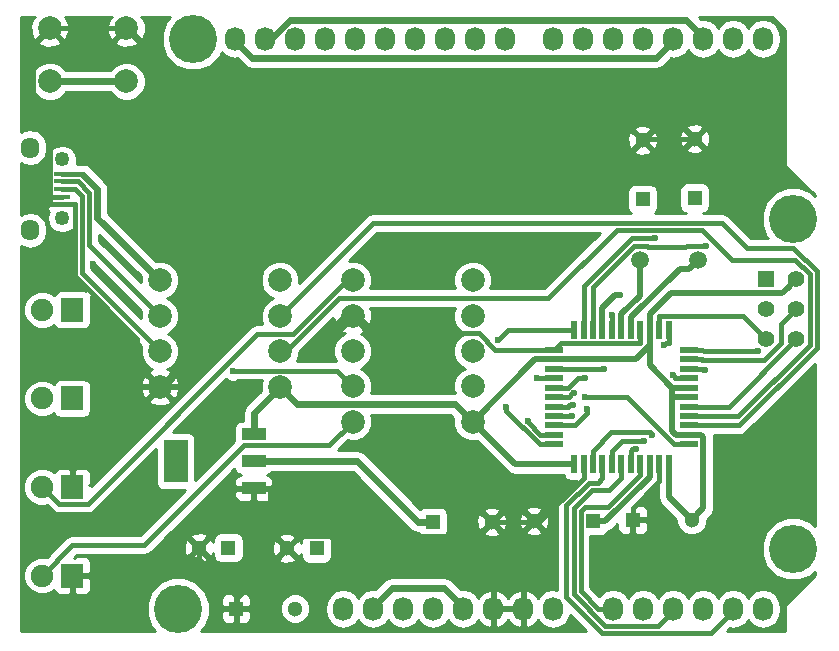
<source format=gbr>
G04 #@! TF.FileFunction,Copper,L1,Top,Signal*
%FSLAX46Y46*%
G04 Gerber Fmt 4.6, Leading zero omitted, Abs format (unit mm)*
G04 Created by KiCad (PCBNEW 4.0.4+dfsg1-stable) date Sun Dec 25 20:03:28 2016*
%MOMM*%
%LPD*%
G01*
G04 APERTURE LIST*
%ADD10C,0.100000*%
%ADD11C,1.501140*%
%ADD12O,1.727200X2.032000*%
%ADD13C,4.064000*%
%ADD14R,1.300000X1.300000*%
%ADD15C,1.300000*%
%ADD16R,1.350000X0.400000*%
%ADD17O,1.250000X1.250000*%
%ADD18O,1.550000X1.800000*%
%ADD19R,1.397000X1.397000*%
%ADD20C,1.397000*%
%ADD21R,1.900000X2.000000*%
%ADD22C,1.900000*%
%ADD23C,2.000000*%
%ADD24R,1.500000X0.550000*%
%ADD25R,0.550000X1.500000*%
%ADD26C,1.998980*%
%ADD27R,2.032000X3.657600*%
%ADD28R,2.032000X1.016000*%
%ADD29C,0.600000*%
%ADD30C,0.550000*%
%ADD31C,0.400000*%
%ADD32C,0.600000*%
%ADD33C,0.254000*%
G04 APERTURE END LIST*
D10*
D11*
X164082060Y-94265000D03*
X168963940Y-94265000D03*
D12*
X138938000Y-123825000D03*
X141478000Y-123825000D03*
X144018000Y-123825000D03*
X146558000Y-123825000D03*
X149098000Y-123825000D03*
X151638000Y-123825000D03*
X154178000Y-123825000D03*
X156718000Y-123825000D03*
X161798000Y-123825000D03*
X164338000Y-123825000D03*
X166878000Y-123825000D03*
X169418000Y-123825000D03*
X171958000Y-123825000D03*
X174498000Y-123825000D03*
X129794000Y-75565000D03*
X132334000Y-75565000D03*
X134874000Y-75565000D03*
X137414000Y-75565000D03*
X139954000Y-75565000D03*
X142494000Y-75565000D03*
X145034000Y-75565000D03*
X147574000Y-75565000D03*
X150114000Y-75565000D03*
X152654000Y-75565000D03*
X156718000Y-75565000D03*
X159258000Y-75565000D03*
X161798000Y-75565000D03*
X164338000Y-75565000D03*
X166878000Y-75565000D03*
X169418000Y-75565000D03*
X171958000Y-75565000D03*
X174498000Y-75565000D03*
D13*
X124968000Y-123825000D03*
X177038000Y-118745000D03*
X126238000Y-75565000D03*
X177038000Y-90805000D03*
D14*
X164298000Y-89140000D03*
D15*
X164298000Y-84140000D03*
D14*
X168698000Y-89015000D03*
D15*
X168698000Y-84015000D03*
D14*
X136698000Y-118690000D03*
D15*
X134198000Y-118690000D03*
D14*
X160098000Y-116390000D03*
D15*
X155098000Y-116390000D03*
D14*
X129873000Y-123790000D03*
D15*
X134873000Y-123790000D03*
D14*
X163448000Y-116290000D03*
D15*
X168448000Y-116290000D03*
D16*
X115160540Y-86964100D03*
X115160540Y-87614100D03*
X115160540Y-88264100D03*
X115160540Y-88914100D03*
X115160540Y-89564100D03*
D17*
X115160540Y-85764100D03*
X115160540Y-90764100D03*
D18*
X112460540Y-84764100D03*
X112460540Y-91764100D03*
D19*
X174728000Y-95925000D03*
D20*
X177268000Y-95925000D03*
X174728000Y-98465000D03*
X177268000Y-98465000D03*
X174728000Y-101005000D03*
X177268000Y-101005000D03*
D21*
X116000000Y-98500000D03*
D22*
X113460000Y-98500000D03*
D21*
X116000000Y-106000000D03*
D22*
X113460000Y-106000000D03*
D21*
X116000000Y-113500000D03*
D22*
X113460000Y-113500000D03*
D21*
X116000000Y-121000000D03*
D22*
X113460000Y-121000000D03*
D23*
X114098000Y-79165000D03*
X114098000Y-74665000D03*
X120598000Y-79165000D03*
X120598000Y-74665000D03*
D24*
X168198000Y-109890000D03*
X168198000Y-109090000D03*
X168198000Y-108290000D03*
X168198000Y-107490000D03*
X168198000Y-106690000D03*
X168198000Y-105890000D03*
X168198000Y-105090000D03*
X168198000Y-104290000D03*
X168198000Y-103490000D03*
X168198000Y-102690000D03*
X168198000Y-101890000D03*
D25*
X166498000Y-100190000D03*
X165698000Y-100190000D03*
X164898000Y-100190000D03*
X164098000Y-100190000D03*
X163298000Y-100190000D03*
X162498000Y-100190000D03*
X161698000Y-100190000D03*
X160898000Y-100190000D03*
X160098000Y-100190000D03*
X159298000Y-100190000D03*
X158498000Y-100190000D03*
D24*
X156798000Y-101890000D03*
X156798000Y-102690000D03*
X156798000Y-103490000D03*
X156798000Y-104290000D03*
X156798000Y-105090000D03*
X156798000Y-105890000D03*
X156798000Y-106690000D03*
X156798000Y-107490000D03*
X156798000Y-108290000D03*
X156798000Y-109090000D03*
X156798000Y-109890000D03*
D25*
X158498000Y-111590000D03*
X159298000Y-111590000D03*
X160098000Y-111590000D03*
X160898000Y-111590000D03*
X161698000Y-111590000D03*
X162498000Y-111590000D03*
X163298000Y-111590000D03*
X164098000Y-111590000D03*
X164898000Y-111590000D03*
X165698000Y-111590000D03*
X166498000Y-111590000D03*
D26*
X123423000Y-95990000D03*
X133583000Y-95990000D03*
X133598000Y-99015000D03*
X123438000Y-99015000D03*
X133598000Y-102015000D03*
X123438000Y-102015000D03*
X123423000Y-105040000D03*
X133583000Y-105040000D03*
X139748000Y-107965000D03*
X149908000Y-107965000D03*
X139748000Y-104965000D03*
X149908000Y-104965000D03*
X139748000Y-101990000D03*
X149908000Y-101990000D03*
X139748000Y-99015000D03*
X149908000Y-99015000D03*
X139748000Y-95990000D03*
X149908000Y-95990000D03*
D14*
X129223000Y-118640000D03*
D15*
X126723000Y-118640000D03*
D14*
X146523000Y-116465000D03*
D15*
X151523000Y-116465000D03*
D27*
X124771000Y-111315000D03*
D28*
X131375000Y-111315000D03*
X131375000Y-109029000D03*
X131375000Y-113601000D03*
D29*
X155448000Y-92786200D03*
X141224000Y-80695800D03*
X146761200Y-80645000D03*
X151079200Y-80594200D03*
X148488400Y-92837000D03*
X117805200Y-94615000D03*
X118516400Y-92633800D03*
X120243600Y-97358200D03*
X136144000Y-102082600D03*
X125476000Y-105029000D03*
X126847600Y-101930200D03*
X118872000Y-103149400D03*
X145643600Y-104571800D03*
X144627600Y-99034600D03*
X128168400Y-109042200D03*
X168249600Y-118897400D03*
X173837600Y-117170200D03*
X165074400Y-109075300D03*
X164454100Y-109641300D03*
X174026800Y-102008100D03*
X169566700Y-103626300D03*
X163773900Y-110321500D03*
X154585200Y-107889700D03*
X155321700Y-104290000D03*
X166119000Y-101483600D03*
X158302000Y-107456000D03*
X158389700Y-106589200D03*
X158446700Y-105584000D03*
X159413600Y-105899700D03*
X159423900Y-104232500D03*
X159598800Y-106920500D03*
X161021800Y-103490000D03*
X161729500Y-98924900D03*
X162397600Y-97256700D03*
X165348300Y-92439100D03*
X169684100Y-93089400D03*
X166868000Y-103996100D03*
X152012900Y-101091500D03*
X152727600Y-106769300D03*
X129612000Y-103640100D03*
D30*
X155448000Y-92786200D02*
X148539200Y-92786200D01*
X146761200Y-80645000D02*
X151028400Y-80645000D01*
X141224000Y-80695800D02*
X146710400Y-80695800D01*
X126644400Y-80695800D02*
X141224000Y-80695800D01*
X120613600Y-74665000D02*
X126644400Y-80695800D01*
X146710400Y-80695800D02*
X146761200Y-80645000D01*
X151028400Y-80645000D02*
X151079200Y-80594200D01*
X148539200Y-92786200D02*
X148488400Y-92837000D01*
X117805200Y-94615000D02*
X117805200Y-94919800D01*
X117805200Y-94919800D02*
X120243600Y-97358200D01*
X139748000Y-99015000D02*
X139211600Y-99015000D01*
X139211600Y-99015000D02*
X136144000Y-102082600D01*
X123423000Y-105040000D02*
X125465000Y-105040000D01*
X125465000Y-105040000D02*
X125476000Y-105029000D01*
X123423000Y-105040000D02*
X123737800Y-105040000D01*
X123737800Y-105040000D02*
X126847600Y-101930200D01*
X123423000Y-105040000D02*
X120762600Y-105040000D01*
X120762600Y-105040000D02*
X118872000Y-103149400D01*
X139748000Y-99015000D02*
X140086800Y-99015000D01*
X140086800Y-99015000D02*
X145643600Y-104571800D01*
X139748000Y-99015000D02*
X141235500Y-100502500D01*
X141235500Y-100502500D02*
X143159700Y-100502500D01*
X143159700Y-100502500D02*
X144627600Y-99034600D01*
X120598000Y-74665000D02*
X120613600Y-74665000D01*
X168249600Y-118897400D02*
X172110400Y-118897400D01*
X165642200Y-116290000D02*
X168249600Y-118897400D01*
X163448000Y-116290000D02*
X165642200Y-116290000D01*
X172110400Y-118897400D02*
X173837600Y-117170200D01*
D31*
X159298000Y-111590000D02*
X159298000Y-112740300D01*
X155648300Y-116390000D02*
X159298000Y-112740300D01*
X155098000Y-116390000D02*
X155648300Y-116390000D01*
X115160540Y-89564100D02*
X114085540Y-89564100D01*
X114085540Y-89564100D02*
X114085200Y-89563760D01*
X114085200Y-89563760D02*
X114085200Y-88914100D01*
X116000000Y-113500000D02*
X116000000Y-112099700D01*
X156222900Y-101890000D02*
X155647700Y-101890000D01*
X141235500Y-100502500D02*
X150433600Y-100502500D01*
X150433600Y-100502500D02*
X151821100Y-101890000D01*
X151821100Y-101890000D02*
X155647700Y-101890000D01*
X171583000Y-106690000D02*
X177268000Y-101005000D01*
X168198000Y-106690000D02*
X171583000Y-106690000D01*
X165698000Y-112989700D02*
X165698000Y-111590000D01*
X163448000Y-115239700D02*
X165698000Y-112989700D01*
X163448000Y-116290000D02*
X163448000Y-115239700D01*
X156222900Y-101890000D02*
X156798000Y-101890000D01*
X164098000Y-100190000D02*
X164098000Y-101340300D01*
X157347700Y-101340300D02*
X156798000Y-101890000D01*
X164098000Y-101340300D02*
X157347700Y-101340300D01*
X123423000Y-105040000D02*
X121515300Y-105040000D01*
X121515300Y-106584400D02*
X121515300Y-105040000D01*
X116000000Y-112099700D02*
X121515300Y-106584400D01*
X116235800Y-95661900D02*
X116235800Y-89564100D01*
X121515300Y-100941400D02*
X116235800Y-95661900D01*
X121515300Y-105040000D02*
X121515300Y-100941400D01*
X115160500Y-88914100D02*
X114085200Y-88914100D01*
X120598000Y-74665000D02*
X114098000Y-74665000D01*
X114085200Y-82681800D02*
X114085200Y-88914100D01*
X112696000Y-81292600D02*
X114085200Y-82681800D01*
X112696000Y-76067000D02*
X112696000Y-81292600D01*
X114098000Y-74665000D02*
X112696000Y-76067000D01*
X115160500Y-89564100D02*
X115698200Y-89564100D01*
X115698200Y-89564100D02*
X116235800Y-89564100D01*
X151523000Y-116465000D02*
X150348400Y-117639600D01*
X150348400Y-117639600D02*
X134948100Y-117639600D01*
X132791300Y-115482800D02*
X134948100Y-117639600D01*
X132791300Y-113601000D02*
X132791300Y-115482800D01*
X131375000Y-113601000D02*
X132791300Y-113601000D01*
X154178000Y-123825000D02*
X152914100Y-123825000D01*
X151638000Y-118929200D02*
X151638000Y-123825000D01*
X150348400Y-117639600D02*
X151638000Y-118929200D01*
X151638000Y-123825000D02*
X152914100Y-123825000D01*
X134948100Y-117939900D02*
X134198000Y-118690000D01*
X134948100Y-117639600D02*
X134948100Y-117939900D01*
X130148300Y-122739700D02*
X129873000Y-122739700D01*
X134198000Y-118690000D02*
X130148300Y-122739700D01*
X129873000Y-123790000D02*
X129873000Y-122739700D01*
X118760600Y-119589700D02*
X117350300Y-121000000D01*
X126723000Y-119589700D02*
X118760600Y-119589700D01*
X126723000Y-118640000D02*
X126723000Y-119589700D01*
X126723000Y-119589700D02*
X129873000Y-122739700D01*
X116000000Y-121000000D02*
X117350300Y-121000000D01*
X155023000Y-116465000D02*
X155098000Y-116390000D01*
X151523000Y-116465000D02*
X155023000Y-116465000D01*
X164423000Y-84015000D02*
X164298000Y-84140000D01*
X168698000Y-84015000D02*
X164423000Y-84015000D01*
X160098000Y-111590000D02*
X160098000Y-110439700D01*
X164883500Y-108884400D02*
X165074400Y-109075300D01*
X161653300Y-108884400D02*
X164883500Y-108884400D01*
X160098000Y-110439700D02*
X161653300Y-108884400D01*
X160898000Y-111590000D02*
X160897999Y-112740001D01*
X160897999Y-112740001D02*
X160491610Y-113146390D01*
X160491610Y-113146390D02*
X159741010Y-113146390D01*
X159741010Y-113146390D02*
X157846800Y-115040600D01*
X157846800Y-115040600D02*
X157846800Y-122838400D01*
X157846800Y-122838400D02*
X160881300Y-125872900D01*
X160881300Y-125872900D02*
X170062500Y-125872900D01*
X170062500Y-125872900D02*
X171958000Y-123977400D01*
X171958000Y-123977400D02*
X171958000Y-123825000D01*
X161698000Y-111590000D02*
X161698000Y-110439700D01*
X164394000Y-109581200D02*
X164454100Y-109641300D01*
X162556500Y-109581200D02*
X164394000Y-109581200D01*
X161698000Y-110439700D02*
X162556500Y-109581200D01*
X166878000Y-123825000D02*
X166878000Y-123977400D01*
X166878000Y-123977400D02*
X165582900Y-125272500D01*
X161129900Y-125272500D02*
X158447200Y-122589800D01*
X158447200Y-122589800D02*
X158447200Y-115319300D01*
X160020100Y-113746400D02*
X161491900Y-113746400D01*
X165582900Y-125272500D02*
X161129900Y-125272500D01*
X158447200Y-115319300D02*
X160020100Y-113746400D01*
X161491900Y-113746400D02*
X162498000Y-112740300D01*
X162498000Y-112740300D02*
X162498000Y-111590000D01*
D30*
X160098000Y-116390000D02*
X161128608Y-116390000D01*
X161128608Y-116390000D02*
X164898000Y-112620608D01*
X164898000Y-112620608D02*
X164898000Y-111590000D01*
X164082060Y-94265000D02*
X164082060Y-97301032D01*
X164082060Y-97301032D02*
X162504501Y-98878591D01*
X162504501Y-98878591D02*
X162504501Y-100183499D01*
X162504501Y-100183499D02*
X162498000Y-100190000D01*
X168963940Y-94265000D02*
X168213371Y-95015569D01*
X168213371Y-95015569D02*
X167428197Y-95015569D01*
X167428197Y-95015569D02*
X163298000Y-99145766D01*
X163298000Y-99145766D02*
X163298000Y-100190000D01*
X164898000Y-100190000D02*
X164898000Y-98885092D01*
X164898000Y-98885092D02*
X166684591Y-97098501D01*
X166684591Y-97098501D02*
X176094499Y-97098501D01*
X176094499Y-97098501D02*
X176569501Y-96623499D01*
X176569501Y-96623499D02*
X177268000Y-95925000D01*
X166498000Y-111590000D02*
X166498000Y-114340000D01*
X166498000Y-114340000D02*
X168448000Y-116290000D01*
X168198000Y-109090000D02*
X169278002Y-109090000D01*
X169278002Y-109090000D02*
X169423001Y-109234999D01*
X169423001Y-109234999D02*
X169423001Y-115314999D01*
X169423001Y-115314999D02*
X169097999Y-115640001D01*
X169097999Y-115640001D02*
X168448000Y-116290000D01*
X168198000Y-109090000D02*
X167117998Y-109090000D01*
X167117998Y-109090000D02*
X166814898Y-108786900D01*
X166814898Y-108786900D02*
X166814898Y-105090000D01*
X168198000Y-105890000D02*
X166898000Y-105890000D01*
X166898000Y-105890000D02*
X166814898Y-105806898D01*
X166814898Y-105806898D02*
X166814898Y-105090000D01*
X164898000Y-101490000D02*
X164898000Y-101065000D01*
X164898000Y-101065000D02*
X164898000Y-100190000D01*
X168198000Y-105090000D02*
X166814898Y-105090000D01*
X166814898Y-105090000D02*
X164898000Y-103173102D01*
X164898000Y-103173102D02*
X164898000Y-101065000D01*
X156798000Y-102690000D02*
X163702908Y-102690000D01*
X163702908Y-102690000D02*
X164898000Y-101494908D01*
X164898000Y-101494908D02*
X164898000Y-101490000D01*
X149908000Y-107965000D02*
X153533000Y-111590000D01*
X153533000Y-111590000D02*
X158498000Y-111590000D01*
X156798000Y-102690000D02*
X155183000Y-102690000D01*
X155183000Y-102690000D02*
X149908000Y-107965000D01*
D32*
X147490400Y-122065000D02*
X143085600Y-122065000D01*
X143085600Y-122065000D02*
X141478000Y-123672600D01*
X141478000Y-123672600D02*
X141478000Y-123825000D01*
X149098000Y-123825000D02*
X149098000Y-123672600D01*
X149098000Y-123672600D02*
X147490400Y-122065000D01*
X131375000Y-109029000D02*
X131375000Y-107248000D01*
X131375000Y-107248000D02*
X133583000Y-105040000D01*
X133583000Y-105040000D02*
X135007491Y-106464491D01*
X135007491Y-106464491D02*
X148407491Y-106464491D01*
X148407491Y-106464491D02*
X148908511Y-106965511D01*
X148908511Y-106965511D02*
X149908000Y-107965000D01*
D31*
X116891681Y-87054418D02*
X116664000Y-86964100D01*
D32*
X123423000Y-95990000D02*
X118136410Y-90703410D01*
X118136410Y-90703410D02*
X118136410Y-88299147D01*
X118136410Y-88299147D02*
X117161410Y-87324147D01*
X117161410Y-87324147D02*
X116891681Y-87054418D01*
D31*
X150715500Y-107965000D02*
X149908000Y-107965000D01*
X133583000Y-105690200D02*
X133583000Y-105040000D01*
X116664000Y-86964100D02*
X115160500Y-86964100D01*
X116461400Y-87614100D02*
X115160500Y-87614100D01*
X117436400Y-88589100D02*
X116461400Y-87614100D01*
X117436400Y-93013400D02*
X117436400Y-88589100D01*
X123438000Y-99015000D02*
X117436400Y-93013400D01*
X115160500Y-88264100D02*
X116235800Y-88264100D01*
X116836100Y-88864400D02*
X116235800Y-88264100D01*
X116836100Y-95413100D02*
X116836100Y-88864400D01*
X123438000Y-102015000D02*
X116836100Y-95413100D01*
X168198000Y-101890000D02*
X169348300Y-101890000D01*
X169466400Y-102008100D02*
X174026800Y-102008100D01*
X169348300Y-101890000D02*
X169466400Y-102008100D01*
X168198000Y-103490000D02*
X169348300Y-103490000D01*
X169484600Y-103626300D02*
X169566700Y-103626300D01*
X169348300Y-103490000D02*
X169484600Y-103626300D01*
X175998000Y-99735000D02*
X177268000Y-98465000D01*
X175998000Y-101319100D02*
X175998000Y-99735000D01*
X174608700Y-102708400D02*
X175998000Y-101319100D01*
X169366700Y-102708400D02*
X174608700Y-102708400D01*
X169348300Y-102690000D02*
X169366700Y-102708400D01*
X168198000Y-102690000D02*
X169348300Y-102690000D01*
D32*
X114098000Y-79165000D02*
X120598000Y-79165000D01*
D31*
X172762700Y-99039700D02*
X165698000Y-99039700D01*
X174728000Y-101005000D02*
X172762700Y-99039700D01*
X165698000Y-100190000D02*
X165698000Y-99039700D01*
X114860400Y-114900400D02*
X113460000Y-113500000D01*
X117300300Y-114900400D02*
X114860400Y-114900400D01*
X131685700Y-100515000D02*
X117300300Y-114900400D01*
X134715900Y-100515000D02*
X131685700Y-100515000D01*
X139240900Y-95990000D02*
X134715900Y-100515000D01*
X139748000Y-95990000D02*
X139240900Y-95990000D01*
X116020400Y-118439600D02*
X113460000Y-121000000D01*
X122078100Y-118439600D02*
X116020400Y-118439600D01*
X130580300Y-109937400D02*
X122078100Y-118439600D01*
X137775600Y-109937400D02*
X130580300Y-109937400D01*
X139748000Y-107965000D02*
X137775600Y-109937400D01*
X163298000Y-111590000D02*
X163298000Y-110439700D01*
X163416200Y-110321500D02*
X163773900Y-110321500D01*
X163298000Y-110439700D02*
X163416200Y-110321500D01*
X161798000Y-123825000D02*
X160534100Y-123825000D01*
X164098000Y-112466000D02*
X164098000Y-111590000D01*
X161386700Y-115177300D02*
X164098000Y-112466000D01*
X159438300Y-115177300D02*
X161386700Y-115177300D01*
X159047600Y-115568000D02*
X159438300Y-115177300D01*
X159047600Y-122338500D02*
X159047600Y-115568000D01*
X160534100Y-123825000D02*
X159047600Y-122338500D01*
X156798000Y-109090000D02*
X155647700Y-109090000D01*
X154585200Y-108027500D02*
X155647700Y-109090000D01*
X154585200Y-107889700D02*
X154585200Y-108027500D01*
X156798000Y-104290000D02*
X155647700Y-104290000D01*
X155647700Y-104290000D02*
X155321700Y-104290000D01*
X166498000Y-100190000D02*
X166498000Y-101340300D01*
X166262300Y-101340300D02*
X166119000Y-101483600D01*
X166498000Y-101340300D02*
X166262300Y-101340300D01*
X156798000Y-107490000D02*
X157948300Y-107490000D01*
X158268000Y-107490000D02*
X158302000Y-107456000D01*
X157948300Y-107490000D02*
X158268000Y-107490000D01*
X158049100Y-106589200D02*
X158389700Y-106589200D01*
X157948300Y-106690000D02*
X158049100Y-106589200D01*
X156798000Y-106690000D02*
X157948300Y-106690000D01*
X156798000Y-105890000D02*
X157948300Y-105890000D01*
X158048500Y-105890000D02*
X157948300Y-105890000D01*
X158354500Y-105584000D02*
X158048500Y-105890000D01*
X158446700Y-105584000D02*
X158354500Y-105584000D01*
X162971700Y-105899700D02*
X159413600Y-105899700D01*
X166962000Y-109890000D02*
X162971700Y-105899700D01*
X168198000Y-109890000D02*
X166962000Y-109890000D01*
X156798000Y-105090000D02*
X157948300Y-105090000D01*
X158805800Y-104232500D02*
X159423900Y-104232500D01*
X157948300Y-105090000D02*
X158805800Y-104232500D01*
X156798000Y-108290000D02*
X157948300Y-108290000D01*
X159598800Y-107223400D02*
X159598800Y-106920500D01*
X158532200Y-108290000D02*
X159598800Y-107223400D01*
X157948300Y-108290000D02*
X158532200Y-108290000D01*
X156798000Y-103490000D02*
X161021800Y-103490000D01*
D32*
X129794000Y-75565000D02*
X129794000Y-75717400D01*
X129794000Y-75717400D02*
X131257600Y-77181000D01*
X131257600Y-77181000D02*
X165414400Y-77181000D01*
X166878000Y-75717400D02*
X166878000Y-75565000D01*
X165414400Y-77181000D02*
X166878000Y-75717400D01*
D31*
X161698000Y-98956400D02*
X161729500Y-98924900D01*
X161698000Y-100190000D02*
X161698000Y-98956400D01*
D30*
X162397600Y-97256700D02*
X161973336Y-97256700D01*
X161973336Y-97256700D02*
X160898000Y-98332036D01*
X160898000Y-98332036D02*
X160898000Y-98890000D01*
X160898000Y-98890000D02*
X160898000Y-100190000D01*
D32*
X132334000Y-75565000D02*
X132793165Y-75565000D01*
X132793165Y-75565000D02*
X134409165Y-73949000D01*
X134409165Y-73949000D02*
X167954400Y-73949000D01*
X167954400Y-73949000D02*
X169418000Y-75412600D01*
X169418000Y-75412600D02*
X169418000Y-75565000D01*
D31*
X163363100Y-92439100D02*
X165348300Y-92439100D01*
X159298000Y-96504200D02*
X163363100Y-92439100D01*
X159298000Y-100190000D02*
X159298000Y-96504200D01*
X168015800Y-93089400D02*
X169684100Y-93089400D01*
X167915700Y-93189500D02*
X168015800Y-93089400D01*
X164731600Y-93189500D02*
X167915700Y-93189500D01*
X164631600Y-93089500D02*
X164731600Y-93189500D01*
X163605100Y-93089500D02*
X164631600Y-93089500D01*
X160098000Y-96596600D02*
X163605100Y-93089500D01*
X160098000Y-100190000D02*
X160098000Y-96596600D01*
X134116300Y-102015000D02*
X133598000Y-102015000D01*
X138628800Y-97502500D02*
X134116300Y-102015000D01*
X156327300Y-97502500D02*
X138628800Y-97502500D01*
X162091000Y-91738800D02*
X156327300Y-97502500D01*
X169324300Y-91738800D02*
X162091000Y-91738800D01*
X171882700Y-94297200D02*
X169324300Y-91738800D01*
X177237600Y-94297200D02*
X171882700Y-94297200D01*
X178434500Y-95494100D02*
X177237600Y-94297200D01*
X178434500Y-101446500D02*
X178434500Y-95494100D01*
X172391000Y-107490000D02*
X178434500Y-101446500D01*
X168198000Y-107490000D02*
X172391000Y-107490000D01*
X141474500Y-91138500D02*
X133598000Y-99015000D01*
X170992100Y-91138500D02*
X141474500Y-91138500D01*
X173108300Y-93254700D02*
X170992100Y-91138500D01*
X177044200Y-93254700D02*
X173108300Y-93254700D01*
X179034900Y-95245400D02*
X177044200Y-93254700D01*
X179034900Y-101703500D02*
X179034900Y-95245400D01*
X172448400Y-108290000D02*
X179034900Y-101703500D01*
X168198000Y-108290000D02*
X172448400Y-108290000D01*
X168198000Y-104290000D02*
X167047700Y-104290000D01*
X167047700Y-104175800D02*
X167047700Y-104290000D01*
X166868000Y-103996100D02*
X167047700Y-104175800D01*
X152914400Y-100190000D02*
X158498000Y-100190000D01*
X152012900Y-101091500D02*
X152914400Y-100190000D01*
X152727700Y-106769300D02*
X152727600Y-106769300D01*
X152727700Y-107027200D02*
X152727700Y-106769300D01*
X155590500Y-109890000D02*
X152727700Y-107027200D01*
X156798000Y-109890000D02*
X155590500Y-109890000D01*
D32*
X146523000Y-116465000D02*
X145273000Y-116465000D01*
X145273000Y-116465000D02*
X140123000Y-111315000D01*
X140123000Y-111315000D02*
X132991000Y-111315000D01*
X132991000Y-111315000D02*
X131375000Y-111315000D01*
D31*
X138423100Y-103640100D02*
X129612000Y-103640100D01*
X139748000Y-104965000D02*
X138423100Y-103640100D01*
D33*
G36*
X178868000Y-116803193D02*
X178550707Y-116485345D01*
X177570827Y-116078464D01*
X176509828Y-116077538D01*
X175529239Y-116482709D01*
X174778345Y-117232293D01*
X174371464Y-118212173D01*
X174370538Y-119273172D01*
X174775709Y-120253761D01*
X175525293Y-121004655D01*
X176505173Y-121411536D01*
X177566172Y-121412462D01*
X178546761Y-121007291D01*
X178868000Y-120686612D01*
X178868000Y-120990909D01*
X176535954Y-123322954D01*
X176382046Y-123553295D01*
X176328000Y-123825000D01*
X176328000Y-125655000D01*
X171461268Y-125655000D01*
X171666004Y-125450264D01*
X171958000Y-125508345D01*
X172531489Y-125394271D01*
X173017670Y-125069415D01*
X173228000Y-124754634D01*
X173438330Y-125069415D01*
X173924511Y-125394271D01*
X174498000Y-125508345D01*
X175071489Y-125394271D01*
X175557670Y-125069415D01*
X175882526Y-124583234D01*
X175996600Y-124009745D01*
X175996600Y-123640255D01*
X175882526Y-123066766D01*
X175557670Y-122580585D01*
X175071489Y-122255729D01*
X174498000Y-122141655D01*
X173924511Y-122255729D01*
X173438330Y-122580585D01*
X173228000Y-122895366D01*
X173017670Y-122580585D01*
X172531489Y-122255729D01*
X171958000Y-122141655D01*
X171384511Y-122255729D01*
X170898330Y-122580585D01*
X170688000Y-122895366D01*
X170477670Y-122580585D01*
X169991489Y-122255729D01*
X169418000Y-122141655D01*
X168844511Y-122255729D01*
X168358330Y-122580585D01*
X168148000Y-122895366D01*
X167937670Y-122580585D01*
X167451489Y-122255729D01*
X166878000Y-122141655D01*
X166304511Y-122255729D01*
X165818330Y-122580585D01*
X165608000Y-122895366D01*
X165397670Y-122580585D01*
X164911489Y-122255729D01*
X164338000Y-122141655D01*
X163764511Y-122255729D01*
X163278330Y-122580585D01*
X163068000Y-122895366D01*
X162857670Y-122580585D01*
X162371489Y-122255729D01*
X161798000Y-122141655D01*
X161224511Y-122255729D01*
X160738330Y-122580585D01*
X160631074Y-122741106D01*
X159882600Y-121992632D01*
X159882600Y-117687440D01*
X160748000Y-117687440D01*
X160983317Y-117643162D01*
X161199441Y-117504090D01*
X161344431Y-117291890D01*
X161351778Y-117255608D01*
X161476850Y-117230730D01*
X161772075Y-117033467D01*
X162163000Y-116642542D01*
X162163000Y-117066310D01*
X162259673Y-117299699D01*
X162438302Y-117478327D01*
X162671691Y-117575000D01*
X163162250Y-117575000D01*
X163321000Y-117416250D01*
X163321000Y-116417000D01*
X163575000Y-116417000D01*
X163575000Y-117416250D01*
X163733750Y-117575000D01*
X164224309Y-117575000D01*
X164457698Y-117478327D01*
X164636327Y-117299699D01*
X164733000Y-117066310D01*
X164733000Y-116575750D01*
X164574250Y-116417000D01*
X163575000Y-116417000D01*
X163321000Y-116417000D01*
X163301000Y-116417000D01*
X163301000Y-116163000D01*
X163321000Y-116163000D01*
X163321000Y-116143000D01*
X163575000Y-116143000D01*
X163575000Y-116163000D01*
X164574250Y-116163000D01*
X164733000Y-116004250D01*
X164733000Y-115513690D01*
X164636327Y-115280301D01*
X164457698Y-115101673D01*
X164224309Y-115005000D01*
X163800542Y-115005000D01*
X165541467Y-113264075D01*
X165588000Y-113194433D01*
X165588000Y-114340000D01*
X165657270Y-114688242D01*
X165854533Y-114983467D01*
X167162997Y-116291931D01*
X167162777Y-116544481D01*
X167357995Y-117016943D01*
X167719155Y-117378735D01*
X168191276Y-117574777D01*
X168702481Y-117575223D01*
X169174943Y-117380005D01*
X169536735Y-117018845D01*
X169732777Y-116546724D01*
X169732999Y-116291935D01*
X170066468Y-115958466D01*
X170263731Y-115663241D01*
X170333001Y-115314999D01*
X170333001Y-109234999D01*
X170311121Y-109125000D01*
X172448400Y-109125000D01*
X172767941Y-109061439D01*
X173038834Y-108880434D01*
X178868000Y-103051268D01*
X178868000Y-116803193D01*
X178868000Y-116803193D01*
G37*
X178868000Y-116803193D02*
X178550707Y-116485345D01*
X177570827Y-116078464D01*
X176509828Y-116077538D01*
X175529239Y-116482709D01*
X174778345Y-117232293D01*
X174371464Y-118212173D01*
X174370538Y-119273172D01*
X174775709Y-120253761D01*
X175525293Y-121004655D01*
X176505173Y-121411536D01*
X177566172Y-121412462D01*
X178546761Y-121007291D01*
X178868000Y-120686612D01*
X178868000Y-120990909D01*
X176535954Y-123322954D01*
X176382046Y-123553295D01*
X176328000Y-123825000D01*
X176328000Y-125655000D01*
X171461268Y-125655000D01*
X171666004Y-125450264D01*
X171958000Y-125508345D01*
X172531489Y-125394271D01*
X173017670Y-125069415D01*
X173228000Y-124754634D01*
X173438330Y-125069415D01*
X173924511Y-125394271D01*
X174498000Y-125508345D01*
X175071489Y-125394271D01*
X175557670Y-125069415D01*
X175882526Y-124583234D01*
X175996600Y-124009745D01*
X175996600Y-123640255D01*
X175882526Y-123066766D01*
X175557670Y-122580585D01*
X175071489Y-122255729D01*
X174498000Y-122141655D01*
X173924511Y-122255729D01*
X173438330Y-122580585D01*
X173228000Y-122895366D01*
X173017670Y-122580585D01*
X172531489Y-122255729D01*
X171958000Y-122141655D01*
X171384511Y-122255729D01*
X170898330Y-122580585D01*
X170688000Y-122895366D01*
X170477670Y-122580585D01*
X169991489Y-122255729D01*
X169418000Y-122141655D01*
X168844511Y-122255729D01*
X168358330Y-122580585D01*
X168148000Y-122895366D01*
X167937670Y-122580585D01*
X167451489Y-122255729D01*
X166878000Y-122141655D01*
X166304511Y-122255729D01*
X165818330Y-122580585D01*
X165608000Y-122895366D01*
X165397670Y-122580585D01*
X164911489Y-122255729D01*
X164338000Y-122141655D01*
X163764511Y-122255729D01*
X163278330Y-122580585D01*
X163068000Y-122895366D01*
X162857670Y-122580585D01*
X162371489Y-122255729D01*
X161798000Y-122141655D01*
X161224511Y-122255729D01*
X160738330Y-122580585D01*
X160631074Y-122741106D01*
X159882600Y-121992632D01*
X159882600Y-117687440D01*
X160748000Y-117687440D01*
X160983317Y-117643162D01*
X161199441Y-117504090D01*
X161344431Y-117291890D01*
X161351778Y-117255608D01*
X161476850Y-117230730D01*
X161772075Y-117033467D01*
X162163000Y-116642542D01*
X162163000Y-117066310D01*
X162259673Y-117299699D01*
X162438302Y-117478327D01*
X162671691Y-117575000D01*
X163162250Y-117575000D01*
X163321000Y-117416250D01*
X163321000Y-116417000D01*
X163575000Y-116417000D01*
X163575000Y-117416250D01*
X163733750Y-117575000D01*
X164224309Y-117575000D01*
X164457698Y-117478327D01*
X164636327Y-117299699D01*
X164733000Y-117066310D01*
X164733000Y-116575750D01*
X164574250Y-116417000D01*
X163575000Y-116417000D01*
X163321000Y-116417000D01*
X163301000Y-116417000D01*
X163301000Y-116163000D01*
X163321000Y-116163000D01*
X163321000Y-116143000D01*
X163575000Y-116143000D01*
X163575000Y-116163000D01*
X164574250Y-116163000D01*
X164733000Y-116004250D01*
X164733000Y-115513690D01*
X164636327Y-115280301D01*
X164457698Y-115101673D01*
X164224309Y-115005000D01*
X163800542Y-115005000D01*
X165541467Y-113264075D01*
X165588000Y-113194433D01*
X165588000Y-114340000D01*
X165657270Y-114688242D01*
X165854533Y-114983467D01*
X167162997Y-116291931D01*
X167162777Y-116544481D01*
X167357995Y-117016943D01*
X167719155Y-117378735D01*
X168191276Y-117574777D01*
X168702481Y-117575223D01*
X169174943Y-117380005D01*
X169536735Y-117018845D01*
X169732777Y-116546724D01*
X169732999Y-116291935D01*
X170066468Y-115958466D01*
X170263731Y-115663241D01*
X170333001Y-115314999D01*
X170333001Y-109234999D01*
X170311121Y-109125000D01*
X172448400Y-109125000D01*
X172767941Y-109061439D01*
X173038834Y-108880434D01*
X178868000Y-103051268D01*
X178868000Y-116803193D01*
G36*
X112678613Y-73790736D02*
X112452092Y-74400461D01*
X112476144Y-75050460D01*
X112678613Y-75539264D01*
X112945468Y-75637927D01*
X113918395Y-74665000D01*
X113904253Y-74650858D01*
X114083858Y-74471253D01*
X114098000Y-74485395D01*
X114112143Y-74471253D01*
X114291748Y-74650858D01*
X114277605Y-74665000D01*
X115250532Y-75637927D01*
X115517387Y-75539264D01*
X115743908Y-74929539D01*
X115719856Y-74279540D01*
X115517387Y-73790736D01*
X115366637Y-73735000D01*
X119329363Y-73735000D01*
X119178613Y-73790736D01*
X118952092Y-74400461D01*
X118976144Y-75050460D01*
X119178613Y-75539264D01*
X119445468Y-75637927D01*
X120418395Y-74665000D01*
X120404253Y-74650858D01*
X120583858Y-74471253D01*
X120598000Y-74485395D01*
X120612143Y-74471253D01*
X120791748Y-74650858D01*
X120777605Y-74665000D01*
X121750532Y-75637927D01*
X122017387Y-75539264D01*
X122243908Y-74929539D01*
X122219856Y-74279540D01*
X122017387Y-73790736D01*
X121866637Y-73735000D01*
X124296193Y-73735000D01*
X123978345Y-74052293D01*
X123571464Y-75032173D01*
X123570538Y-76093172D01*
X123975709Y-77073761D01*
X124725293Y-77824655D01*
X125705173Y-78231536D01*
X126766172Y-78232462D01*
X127746761Y-77827291D01*
X128497655Y-77077707D01*
X128657071Y-76693789D01*
X128734330Y-76809415D01*
X129220511Y-77134271D01*
X129794000Y-77248345D01*
X129968037Y-77213727D01*
X130596455Y-77842145D01*
X130899791Y-78044827D01*
X131257600Y-78116000D01*
X165414400Y-78116000D01*
X165772209Y-78044827D01*
X166075545Y-77842145D01*
X166703963Y-77213727D01*
X166878000Y-77248345D01*
X167451489Y-77134271D01*
X167937670Y-76809415D01*
X168148000Y-76494634D01*
X168358330Y-76809415D01*
X168844511Y-77134271D01*
X169418000Y-77248345D01*
X169991489Y-77134271D01*
X170477670Y-76809415D01*
X170688000Y-76494634D01*
X170898330Y-76809415D01*
X171384511Y-77134271D01*
X171958000Y-77248345D01*
X172531489Y-77134271D01*
X173017670Y-76809415D01*
X173228000Y-76494634D01*
X173438330Y-76809415D01*
X173924511Y-77134271D01*
X174498000Y-77248345D01*
X175071489Y-77134271D01*
X175557670Y-76809415D01*
X175882526Y-76323234D01*
X175996600Y-75749745D01*
X175996600Y-75380255D01*
X175882526Y-74806766D01*
X175557670Y-74320585D01*
X175071489Y-73995729D01*
X174498000Y-73881655D01*
X173924511Y-73995729D01*
X173438330Y-74320585D01*
X173228000Y-74635366D01*
X173017670Y-74320585D01*
X172531489Y-73995729D01*
X171958000Y-73881655D01*
X171384511Y-73995729D01*
X170898330Y-74320585D01*
X170688000Y-74635366D01*
X170477670Y-74320585D01*
X169991489Y-73995729D01*
X169418000Y-73881655D01*
X169243963Y-73916273D01*
X169062690Y-73735000D01*
X175219908Y-73735000D01*
X176328000Y-74843091D01*
X176328000Y-85979000D01*
X176382046Y-86250705D01*
X176535954Y-86481046D01*
X178868000Y-88813091D01*
X178868000Y-88863193D01*
X178550707Y-88545345D01*
X177570827Y-88138464D01*
X176509828Y-88137538D01*
X175529239Y-88542709D01*
X174778345Y-89292293D01*
X174371464Y-90272173D01*
X174370538Y-91333172D01*
X174775709Y-92313761D01*
X174881463Y-92419700D01*
X173454168Y-92419700D01*
X171582534Y-90548066D01*
X171311641Y-90367061D01*
X170992100Y-90303500D01*
X169395512Y-90303500D01*
X169583317Y-90268162D01*
X169799441Y-90129090D01*
X169944431Y-89916890D01*
X169995440Y-89665000D01*
X169995440Y-88365000D01*
X169951162Y-88129683D01*
X169812090Y-87913559D01*
X169599890Y-87768569D01*
X169348000Y-87717560D01*
X168048000Y-87717560D01*
X167812683Y-87761838D01*
X167596559Y-87900910D01*
X167451569Y-88113110D01*
X167400560Y-88365000D01*
X167400560Y-89665000D01*
X167444838Y-89900317D01*
X167583910Y-90116441D01*
X167796110Y-90261431D01*
X168003853Y-90303500D01*
X165322656Y-90303500D01*
X165399441Y-90254090D01*
X165544431Y-90041890D01*
X165595440Y-89790000D01*
X165595440Y-88490000D01*
X165551162Y-88254683D01*
X165412090Y-88038559D01*
X165199890Y-87893569D01*
X164948000Y-87842560D01*
X163648000Y-87842560D01*
X163412683Y-87886838D01*
X163196559Y-88025910D01*
X163051569Y-88238110D01*
X163000560Y-88490000D01*
X163000560Y-89790000D01*
X163044838Y-90025317D01*
X163183910Y-90241441D01*
X163274736Y-90303500D01*
X141474500Y-90303500D01*
X141154959Y-90367061D01*
X140884066Y-90548066D01*
X135217295Y-96214837D01*
X135217774Y-95666306D01*
X134969462Y-95065345D01*
X134510073Y-94605154D01*
X133909547Y-94355794D01*
X133259306Y-94355226D01*
X132658345Y-94603538D01*
X132198154Y-95062927D01*
X131948794Y-95663453D01*
X131948226Y-96313694D01*
X132196538Y-96914655D01*
X132655927Y-97374846D01*
X132970848Y-97505612D01*
X132673345Y-97628538D01*
X132213154Y-98087927D01*
X131963794Y-98688453D01*
X131963226Y-99338694D01*
X132104251Y-99680000D01*
X131685700Y-99680000D01*
X131366160Y-99743560D01*
X131095266Y-99924566D01*
X117585000Y-113434832D01*
X117585000Y-113372998D01*
X117426252Y-113372998D01*
X117585000Y-113214250D01*
X117585000Y-112373691D01*
X117488327Y-112140302D01*
X117309699Y-111961673D01*
X117076310Y-111865000D01*
X116285750Y-111865000D01*
X116127000Y-112023750D01*
X116127000Y-113373000D01*
X116147000Y-113373000D01*
X116147000Y-113627000D01*
X116127000Y-113627000D01*
X116127000Y-113647000D01*
X115873000Y-113647000D01*
X115873000Y-113627000D01*
X115853000Y-113627000D01*
X115853000Y-113373000D01*
X115873000Y-113373000D01*
X115873000Y-112023750D01*
X115714250Y-111865000D01*
X114923690Y-111865000D01*
X114690301Y-111961673D01*
X114511673Y-112140302D01*
X114461988Y-112260251D01*
X114359003Y-112157086D01*
X113776659Y-111915276D01*
X113146107Y-111914725D01*
X112563343Y-112155519D01*
X112117086Y-112600997D01*
X111875276Y-113183341D01*
X111874725Y-113813893D01*
X112115519Y-114396657D01*
X112560997Y-114842914D01*
X113143341Y-115084724D01*
X113773893Y-115085275D01*
X113837942Y-115058810D01*
X114269966Y-115490834D01*
X114540860Y-115671840D01*
X114860400Y-115735400D01*
X117300300Y-115735400D01*
X117619841Y-115671839D01*
X117890734Y-115490834D01*
X123107560Y-110274008D01*
X123107560Y-113143800D01*
X123151838Y-113379117D01*
X123290910Y-113595241D01*
X123503110Y-113740231D01*
X123755000Y-113791240D01*
X125545592Y-113791240D01*
X121732232Y-117604600D01*
X116020400Y-117604600D01*
X115700859Y-117668161D01*
X115429966Y-117849166D01*
X113838272Y-119440860D01*
X113776659Y-119415276D01*
X113146107Y-119414725D01*
X112563343Y-119655519D01*
X112117086Y-120100997D01*
X111875276Y-120683341D01*
X111874725Y-121313893D01*
X112115519Y-121896657D01*
X112560997Y-122342914D01*
X113143341Y-122584724D01*
X113773893Y-122585275D01*
X114356657Y-122344481D01*
X114461867Y-122239455D01*
X114511673Y-122359698D01*
X114690301Y-122538327D01*
X114923690Y-122635000D01*
X115714250Y-122635000D01*
X115873000Y-122476250D01*
X115873000Y-121127000D01*
X116127000Y-121127000D01*
X116127000Y-122476250D01*
X116285750Y-122635000D01*
X117076310Y-122635000D01*
X117309699Y-122538327D01*
X117488327Y-122359698D01*
X117585000Y-122126309D01*
X117585000Y-121285750D01*
X117426250Y-121127000D01*
X116127000Y-121127000D01*
X115873000Y-121127000D01*
X115853000Y-121127000D01*
X115853000Y-120873000D01*
X115873000Y-120873000D01*
X115873000Y-120853000D01*
X116127000Y-120853000D01*
X116127000Y-120873000D01*
X117426250Y-120873000D01*
X117585000Y-120714250D01*
X117585000Y-119873691D01*
X117488327Y-119640302D01*
X117387042Y-119539016D01*
X126003590Y-119539016D01*
X126059271Y-119769611D01*
X126542078Y-119937622D01*
X127052428Y-119908083D01*
X127386729Y-119769611D01*
X127442410Y-119539016D01*
X126723000Y-118819605D01*
X126003590Y-119539016D01*
X117387042Y-119539016D01*
X117309699Y-119461673D01*
X117076310Y-119365000D01*
X116285750Y-119365000D01*
X116127002Y-119523748D01*
X116127002Y-119513866D01*
X116366268Y-119274600D01*
X122078100Y-119274600D01*
X122397641Y-119211039D01*
X122668534Y-119030034D01*
X123239490Y-118459078D01*
X125425378Y-118459078D01*
X125454917Y-118969428D01*
X125593389Y-119303729D01*
X125823984Y-119359410D01*
X126543395Y-118640000D01*
X126902605Y-118640000D01*
X127622016Y-119359410D01*
X127852611Y-119303729D01*
X127925560Y-119094098D01*
X127925560Y-119290000D01*
X127969838Y-119525317D01*
X128108910Y-119741441D01*
X128321110Y-119886431D01*
X128573000Y-119937440D01*
X129873000Y-119937440D01*
X130108317Y-119893162D01*
X130324441Y-119754090D01*
X130437231Y-119589016D01*
X133478590Y-119589016D01*
X133534271Y-119819611D01*
X134017078Y-119987622D01*
X134527428Y-119958083D01*
X134861729Y-119819611D01*
X134917410Y-119589016D01*
X134198000Y-118869605D01*
X133478590Y-119589016D01*
X130437231Y-119589016D01*
X130469431Y-119541890D01*
X130520440Y-119290000D01*
X130520440Y-118509078D01*
X132900378Y-118509078D01*
X132929917Y-119019428D01*
X133068389Y-119353729D01*
X133298984Y-119409410D01*
X134018395Y-118690000D01*
X134377605Y-118690000D01*
X135097016Y-119409410D01*
X135327611Y-119353729D01*
X135400560Y-119144098D01*
X135400560Y-119340000D01*
X135444838Y-119575317D01*
X135583910Y-119791441D01*
X135796110Y-119936431D01*
X136048000Y-119987440D01*
X137348000Y-119987440D01*
X137583317Y-119943162D01*
X137799441Y-119804090D01*
X137944431Y-119591890D01*
X137995440Y-119340000D01*
X137995440Y-118040000D01*
X137951162Y-117804683D01*
X137812090Y-117588559D01*
X137599890Y-117443569D01*
X137348000Y-117392560D01*
X136048000Y-117392560D01*
X135812683Y-117436838D01*
X135596559Y-117575910D01*
X135451569Y-117788110D01*
X135400560Y-118040000D01*
X135400560Y-118202385D01*
X135327611Y-118026271D01*
X135097016Y-117970590D01*
X134377605Y-118690000D01*
X134018395Y-118690000D01*
X133298984Y-117970590D01*
X133068389Y-118026271D01*
X132900378Y-118509078D01*
X130520440Y-118509078D01*
X130520440Y-117990000D01*
X130482993Y-117790984D01*
X133478590Y-117790984D01*
X134198000Y-118510395D01*
X134917410Y-117790984D01*
X134861729Y-117560389D01*
X134378922Y-117392378D01*
X133868572Y-117421917D01*
X133534271Y-117560389D01*
X133478590Y-117790984D01*
X130482993Y-117790984D01*
X130476162Y-117754683D01*
X130337090Y-117538559D01*
X130124890Y-117393569D01*
X129873000Y-117342560D01*
X128573000Y-117342560D01*
X128337683Y-117386838D01*
X128121559Y-117525910D01*
X127976569Y-117738110D01*
X127925560Y-117990000D01*
X127925560Y-118152385D01*
X127852611Y-117976271D01*
X127622016Y-117920590D01*
X126902605Y-118640000D01*
X126543395Y-118640000D01*
X125823984Y-117920590D01*
X125593389Y-117976271D01*
X125425378Y-118459078D01*
X123239490Y-118459078D01*
X123957584Y-117740984D01*
X126003590Y-117740984D01*
X126723000Y-118460395D01*
X127442410Y-117740984D01*
X127386729Y-117510389D01*
X126903922Y-117342378D01*
X126393572Y-117371917D01*
X126059271Y-117510389D01*
X126003590Y-117740984D01*
X123957584Y-117740984D01*
X127811818Y-113886750D01*
X129724000Y-113886750D01*
X129724000Y-114235309D01*
X129820673Y-114468698D01*
X129999301Y-114647327D01*
X130232690Y-114744000D01*
X131089250Y-114744000D01*
X131248000Y-114585250D01*
X131248000Y-113728000D01*
X131502000Y-113728000D01*
X131502000Y-114585250D01*
X131660750Y-114744000D01*
X132517310Y-114744000D01*
X132750699Y-114647327D01*
X132929327Y-114468698D01*
X133026000Y-114235309D01*
X133026000Y-113886750D01*
X132867250Y-113728000D01*
X131502000Y-113728000D01*
X131248000Y-113728000D01*
X129882750Y-113728000D01*
X129724000Y-113886750D01*
X127811818Y-113886750D01*
X129737533Y-111961035D01*
X129755838Y-112058317D01*
X129894910Y-112274441D01*
X130107110Y-112419431D01*
X130297569Y-112458000D01*
X130232690Y-112458000D01*
X129999301Y-112554673D01*
X129820673Y-112733302D01*
X129724000Y-112966691D01*
X129724000Y-113315250D01*
X129882750Y-113474000D01*
X131248000Y-113474000D01*
X131248000Y-113454000D01*
X131502000Y-113454000D01*
X131502000Y-113474000D01*
X132867250Y-113474000D01*
X133026000Y-113315250D01*
X133026000Y-112966691D01*
X132929327Y-112733302D01*
X132750699Y-112554673D01*
X132517310Y-112458000D01*
X132457113Y-112458000D01*
X132626317Y-112426162D01*
X132842441Y-112287090D01*
X132867784Y-112250000D01*
X139735710Y-112250000D01*
X144611855Y-117126145D01*
X144915191Y-117328827D01*
X145273000Y-117400000D01*
X145301808Y-117400000D01*
X145408910Y-117566441D01*
X145621110Y-117711431D01*
X145873000Y-117762440D01*
X147173000Y-117762440D01*
X147408317Y-117718162D01*
X147624441Y-117579090D01*
X147769431Y-117366890D01*
X147770012Y-117364016D01*
X150803590Y-117364016D01*
X150859271Y-117594611D01*
X151342078Y-117762622D01*
X151852428Y-117733083D01*
X152186729Y-117594611D01*
X152242410Y-117364016D01*
X152167411Y-117289016D01*
X154378590Y-117289016D01*
X154434271Y-117519611D01*
X154917078Y-117687622D01*
X155427428Y-117658083D01*
X155761729Y-117519611D01*
X155817410Y-117289016D01*
X155098000Y-116569605D01*
X154378590Y-117289016D01*
X152167411Y-117289016D01*
X151523000Y-116644605D01*
X150803590Y-117364016D01*
X147770012Y-117364016D01*
X147820440Y-117115000D01*
X147820440Y-116284078D01*
X150225378Y-116284078D01*
X150254917Y-116794428D01*
X150393389Y-117128729D01*
X150623984Y-117184410D01*
X151343395Y-116465000D01*
X151702605Y-116465000D01*
X152422016Y-117184410D01*
X152652611Y-117128729D01*
X152820622Y-116645922D01*
X152795338Y-116209078D01*
X153800378Y-116209078D01*
X153829917Y-116719428D01*
X153968389Y-117053729D01*
X154198984Y-117109410D01*
X154918395Y-116390000D01*
X155277605Y-116390000D01*
X155997016Y-117109410D01*
X156227611Y-117053729D01*
X156395622Y-116570922D01*
X156366083Y-116060572D01*
X156227611Y-115726271D01*
X155997016Y-115670590D01*
X155277605Y-116390000D01*
X154918395Y-116390000D01*
X154198984Y-115670590D01*
X153968389Y-115726271D01*
X153800378Y-116209078D01*
X152795338Y-116209078D01*
X152791083Y-116135572D01*
X152652611Y-115801271D01*
X152422016Y-115745590D01*
X151702605Y-116465000D01*
X151343395Y-116465000D01*
X150623984Y-115745590D01*
X150393389Y-115801271D01*
X150225378Y-116284078D01*
X147820440Y-116284078D01*
X147820440Y-115815000D01*
X147776162Y-115579683D01*
X147767347Y-115565984D01*
X150803590Y-115565984D01*
X151523000Y-116285395D01*
X152242410Y-115565984D01*
X152224301Y-115490984D01*
X154378590Y-115490984D01*
X155098000Y-116210395D01*
X155817410Y-115490984D01*
X155761729Y-115260389D01*
X155278922Y-115092378D01*
X154768572Y-115121917D01*
X154434271Y-115260389D01*
X154378590Y-115490984D01*
X152224301Y-115490984D01*
X152186729Y-115335389D01*
X151703922Y-115167378D01*
X151193572Y-115196917D01*
X150859271Y-115335389D01*
X150803590Y-115565984D01*
X147767347Y-115565984D01*
X147637090Y-115363559D01*
X147424890Y-115218569D01*
X147173000Y-115167560D01*
X145873000Y-115167560D01*
X145637683Y-115211838D01*
X145457848Y-115327558D01*
X140784145Y-110653855D01*
X140480809Y-110451173D01*
X140123000Y-110380000D01*
X138513868Y-110380000D01*
X139331863Y-109562005D01*
X139421453Y-109599206D01*
X140071694Y-109599774D01*
X140672655Y-109351462D01*
X141132846Y-108892073D01*
X141382206Y-108291547D01*
X141382774Y-107641306D01*
X141282858Y-107399491D01*
X148020201Y-107399491D01*
X148273781Y-107653071D01*
X148273226Y-108288694D01*
X148521538Y-108889655D01*
X148980927Y-109349846D01*
X149581453Y-109599206D01*
X150231694Y-109599774D01*
X150248780Y-109592714D01*
X152889533Y-112233467D01*
X153184758Y-112430730D01*
X153533000Y-112500000D01*
X157605666Y-112500000D01*
X157619838Y-112575317D01*
X157758910Y-112791441D01*
X157971110Y-112936431D01*
X158223000Y-112987440D01*
X158719092Y-112987440D01*
X157256366Y-114450166D01*
X157075361Y-114721059D01*
X157011800Y-115040600D01*
X157011800Y-122200095D01*
X156718000Y-122141655D01*
X156144511Y-122255729D01*
X155658330Y-122580585D01*
X155451539Y-122890069D01*
X155080036Y-122474268D01*
X154552791Y-122220291D01*
X154537026Y-122217642D01*
X154305000Y-122338783D01*
X154305000Y-123698000D01*
X154325000Y-123698000D01*
X154325000Y-123952000D01*
X154305000Y-123952000D01*
X154305000Y-125311217D01*
X154537026Y-125432358D01*
X154552791Y-125429709D01*
X155080036Y-125175732D01*
X155451539Y-124759931D01*
X155658330Y-125069415D01*
X156144511Y-125394271D01*
X156718000Y-125508345D01*
X157291489Y-125394271D01*
X157777670Y-125069415D01*
X158102526Y-124583234D01*
X158153666Y-124326134D01*
X159482532Y-125655000D01*
X126909807Y-125655000D01*
X127227655Y-125337707D01*
X127634536Y-124357827D01*
X127634782Y-124075750D01*
X128588000Y-124075750D01*
X128588000Y-124566310D01*
X128684673Y-124799699D01*
X128863302Y-124978327D01*
X129096691Y-125075000D01*
X129587250Y-125075000D01*
X129746000Y-124916250D01*
X129746000Y-123917000D01*
X130000000Y-123917000D01*
X130000000Y-124916250D01*
X130158750Y-125075000D01*
X130649309Y-125075000D01*
X130882698Y-124978327D01*
X131061327Y-124799699D01*
X131158000Y-124566310D01*
X131158000Y-124075750D01*
X131126731Y-124044481D01*
X133587777Y-124044481D01*
X133782995Y-124516943D01*
X134144155Y-124878735D01*
X134616276Y-125074777D01*
X135127481Y-125075223D01*
X135599943Y-124880005D01*
X135961735Y-124518845D01*
X136157777Y-124046724D01*
X136158131Y-123640255D01*
X137439400Y-123640255D01*
X137439400Y-124009745D01*
X137553474Y-124583234D01*
X137878330Y-125069415D01*
X138364511Y-125394271D01*
X138938000Y-125508345D01*
X139511489Y-125394271D01*
X139997670Y-125069415D01*
X140208000Y-124754634D01*
X140418330Y-125069415D01*
X140904511Y-125394271D01*
X141478000Y-125508345D01*
X142051489Y-125394271D01*
X142537670Y-125069415D01*
X142748000Y-124754634D01*
X142958330Y-125069415D01*
X143444511Y-125394271D01*
X144018000Y-125508345D01*
X144591489Y-125394271D01*
X145077670Y-125069415D01*
X145288000Y-124754634D01*
X145498330Y-125069415D01*
X145984511Y-125394271D01*
X146558000Y-125508345D01*
X147131489Y-125394271D01*
X147617670Y-125069415D01*
X147828000Y-124754634D01*
X148038330Y-125069415D01*
X148524511Y-125394271D01*
X149098000Y-125508345D01*
X149671489Y-125394271D01*
X150157670Y-125069415D01*
X150364461Y-124759931D01*
X150735964Y-125175732D01*
X151263209Y-125429709D01*
X151278974Y-125432358D01*
X151511000Y-125311217D01*
X151511000Y-123952000D01*
X151765000Y-123952000D01*
X151765000Y-125311217D01*
X151997026Y-125432358D01*
X152012791Y-125429709D01*
X152540036Y-125175732D01*
X152908000Y-124763892D01*
X153275964Y-125175732D01*
X153803209Y-125429709D01*
X153818974Y-125432358D01*
X154051000Y-125311217D01*
X154051000Y-123952000D01*
X151765000Y-123952000D01*
X151511000Y-123952000D01*
X151491000Y-123952000D01*
X151491000Y-123698000D01*
X151511000Y-123698000D01*
X151511000Y-122338783D01*
X151765000Y-122338783D01*
X151765000Y-123698000D01*
X154051000Y-123698000D01*
X154051000Y-122338783D01*
X153818974Y-122217642D01*
X153803209Y-122220291D01*
X153275964Y-122474268D01*
X152908000Y-122886108D01*
X152540036Y-122474268D01*
X152012791Y-122220291D01*
X151997026Y-122217642D01*
X151765000Y-122338783D01*
X151511000Y-122338783D01*
X151278974Y-122217642D01*
X151263209Y-122220291D01*
X150735964Y-122474268D01*
X150364461Y-122890069D01*
X150157670Y-122580585D01*
X149671489Y-122255729D01*
X149098000Y-122141655D01*
X148923963Y-122176273D01*
X148151545Y-121403855D01*
X147848209Y-121201173D01*
X147490400Y-121130000D01*
X143085600Y-121130000D01*
X142727791Y-121201173D01*
X142424455Y-121403855D01*
X141652037Y-122176273D01*
X141478000Y-122141655D01*
X140904511Y-122255729D01*
X140418330Y-122580585D01*
X140208000Y-122895366D01*
X139997670Y-122580585D01*
X139511489Y-122255729D01*
X138938000Y-122141655D01*
X138364511Y-122255729D01*
X137878330Y-122580585D01*
X137553474Y-123066766D01*
X137439400Y-123640255D01*
X136158131Y-123640255D01*
X136158223Y-123535519D01*
X135963005Y-123063057D01*
X135601845Y-122701265D01*
X135129724Y-122505223D01*
X134618519Y-122504777D01*
X134146057Y-122699995D01*
X133784265Y-123061155D01*
X133588223Y-123533276D01*
X133587777Y-124044481D01*
X131126731Y-124044481D01*
X130999250Y-123917000D01*
X130000000Y-123917000D01*
X129746000Y-123917000D01*
X128746750Y-123917000D01*
X128588000Y-124075750D01*
X127634782Y-124075750D01*
X127635462Y-123296828D01*
X127518472Y-123013690D01*
X128588000Y-123013690D01*
X128588000Y-123504250D01*
X128746750Y-123663000D01*
X129746000Y-123663000D01*
X129746000Y-122663750D01*
X130000000Y-122663750D01*
X130000000Y-123663000D01*
X130999250Y-123663000D01*
X131158000Y-123504250D01*
X131158000Y-123013690D01*
X131061327Y-122780301D01*
X130882698Y-122601673D01*
X130649309Y-122505000D01*
X130158750Y-122505000D01*
X130000000Y-122663750D01*
X129746000Y-122663750D01*
X129587250Y-122505000D01*
X129096691Y-122505000D01*
X128863302Y-122601673D01*
X128684673Y-122780301D01*
X128588000Y-123013690D01*
X127518472Y-123013690D01*
X127230291Y-122316239D01*
X126480707Y-121565345D01*
X125500827Y-121158464D01*
X124439828Y-121157538D01*
X123459239Y-121562709D01*
X122708345Y-122312293D01*
X122301464Y-123292173D01*
X122300538Y-124353172D01*
X122705709Y-125333761D01*
X123026388Y-125655000D01*
X111708000Y-125655000D01*
X111708000Y-106313893D01*
X111874725Y-106313893D01*
X112115519Y-106896657D01*
X112560997Y-107342914D01*
X113143341Y-107584724D01*
X113773893Y-107585275D01*
X114356657Y-107344481D01*
X114454337Y-107246971D01*
X114585910Y-107451441D01*
X114798110Y-107596431D01*
X115050000Y-107647440D01*
X116950000Y-107647440D01*
X117185317Y-107603162D01*
X117401441Y-107464090D01*
X117546431Y-107251890D01*
X117597440Y-107000000D01*
X117597440Y-106192163D01*
X122450443Y-106192163D01*
X122549042Y-106458965D01*
X123158582Y-106685401D01*
X123808377Y-106661341D01*
X124296958Y-106458965D01*
X124395557Y-106192163D01*
X123423000Y-105219605D01*
X122450443Y-106192163D01*
X117597440Y-106192163D01*
X117597440Y-105000000D01*
X117555213Y-104775582D01*
X121777599Y-104775582D01*
X121801659Y-105425377D01*
X122004035Y-105913958D01*
X122270837Y-106012557D01*
X123243395Y-105040000D01*
X123602605Y-105040000D01*
X124575163Y-106012557D01*
X124841965Y-105913958D01*
X125068401Y-105304418D01*
X125044341Y-104654623D01*
X124841965Y-104166042D01*
X124575163Y-104067443D01*
X123602605Y-105040000D01*
X123243395Y-105040000D01*
X122270837Y-104067443D01*
X122004035Y-104166042D01*
X121777599Y-104775582D01*
X117555213Y-104775582D01*
X117553162Y-104764683D01*
X117414090Y-104548559D01*
X117201890Y-104403569D01*
X116950000Y-104352560D01*
X115050000Y-104352560D01*
X114814683Y-104396838D01*
X114598559Y-104535910D01*
X114453569Y-104748110D01*
X114452945Y-104751192D01*
X114359003Y-104657086D01*
X113776659Y-104415276D01*
X113146107Y-104414725D01*
X112563343Y-104655519D01*
X112117086Y-105100997D01*
X111875276Y-105683341D01*
X111874725Y-106313893D01*
X111708000Y-106313893D01*
X111708000Y-98813893D01*
X111874725Y-98813893D01*
X112115519Y-99396657D01*
X112560997Y-99842914D01*
X113143341Y-100084724D01*
X113773893Y-100085275D01*
X114356657Y-99844481D01*
X114454337Y-99746971D01*
X114585910Y-99951441D01*
X114798110Y-100096431D01*
X115050000Y-100147440D01*
X116950000Y-100147440D01*
X117185317Y-100103162D01*
X117401441Y-99964090D01*
X117546431Y-99751890D01*
X117597440Y-99500000D01*
X117597440Y-97500000D01*
X117563904Y-97321772D01*
X121840995Y-101598864D01*
X121803794Y-101688453D01*
X121803226Y-102338694D01*
X122051538Y-102939655D01*
X122510927Y-103399846D01*
X122796631Y-103518481D01*
X122549042Y-103621035D01*
X122450443Y-103887837D01*
X123423000Y-104860395D01*
X124395557Y-103887837D01*
X124296958Y-103621035D01*
X124051727Y-103529935D01*
X124362655Y-103401462D01*
X124822846Y-102942073D01*
X125072206Y-102341547D01*
X125072774Y-101691306D01*
X124824462Y-101090345D01*
X124365073Y-100630154D01*
X124087811Y-100515025D01*
X124362655Y-100401462D01*
X124822846Y-99942073D01*
X125072206Y-99341547D01*
X125072774Y-98691306D01*
X124824462Y-98090345D01*
X124365073Y-97630154D01*
X124050152Y-97499388D01*
X124347655Y-97376462D01*
X124807846Y-96917073D01*
X125057206Y-96316547D01*
X125057774Y-95666306D01*
X124809462Y-95065345D01*
X124350073Y-94605154D01*
X123749547Y-94355794D01*
X123110526Y-94355236D01*
X119071410Y-90316120D01*
X119071410Y-88299147D01*
X119000237Y-87941338D01*
X118797555Y-87638002D01*
X117552826Y-86393273D01*
X117249490Y-86190591D01*
X116891681Y-86119418D01*
X116753503Y-86146903D01*
X116664000Y-86129100D01*
X116372622Y-86129100D01*
X116445225Y-85764100D01*
X116349313Y-85281919D01*
X116187012Y-85039016D01*
X163578590Y-85039016D01*
X163634271Y-85269611D01*
X164117078Y-85437622D01*
X164627428Y-85408083D01*
X164961729Y-85269611D01*
X165017410Y-85039016D01*
X164892411Y-84914016D01*
X167978590Y-84914016D01*
X168034271Y-85144611D01*
X168517078Y-85312622D01*
X169027428Y-85283083D01*
X169361729Y-85144611D01*
X169417410Y-84914016D01*
X168698000Y-84194605D01*
X167978590Y-84914016D01*
X164892411Y-84914016D01*
X164298000Y-84319605D01*
X163578590Y-85039016D01*
X116187012Y-85039016D01*
X116076180Y-84873145D01*
X115667406Y-84600012D01*
X115185225Y-84504100D01*
X115135855Y-84504100D01*
X114653674Y-84600012D01*
X114244900Y-84873145D01*
X113971767Y-85281919D01*
X113875855Y-85764100D01*
X113971767Y-86246281D01*
X114020736Y-86319568D01*
X113889109Y-86512210D01*
X113838100Y-86764100D01*
X113838100Y-87164100D01*
X113862484Y-87293689D01*
X113838100Y-87414100D01*
X113838100Y-87814100D01*
X113862484Y-87943689D01*
X113838100Y-88064100D01*
X113838100Y-88464100D01*
X113857990Y-88569805D01*
X113850540Y-88587790D01*
X113850540Y-88655350D01*
X113879544Y-88684354D01*
X113882378Y-88699417D01*
X114021450Y-88915541D01*
X114030138Y-88921477D01*
X113947213Y-89004401D01*
X113896460Y-89126930D01*
X113850540Y-89172850D01*
X113850540Y-89305350D01*
X113896460Y-89351270D01*
X113947213Y-89473799D01*
X114125842Y-89652427D01*
X114154023Y-89664100D01*
X114009290Y-89664100D01*
X113850540Y-89822850D01*
X113850540Y-89890410D01*
X113947213Y-90123799D01*
X114025266Y-90201852D01*
X113971767Y-90281919D01*
X113875855Y-90764100D01*
X113971767Y-91246281D01*
X114244900Y-91655055D01*
X114653674Y-91928188D01*
X115135855Y-92024100D01*
X115185225Y-92024100D01*
X115667406Y-91928188D01*
X116001100Y-91705222D01*
X116001100Y-95413100D01*
X116064661Y-95732641D01*
X116236623Y-95990000D01*
X116245666Y-96003534D01*
X117131433Y-96889301D01*
X116950000Y-96852560D01*
X115050000Y-96852560D01*
X114814683Y-96896838D01*
X114598559Y-97035910D01*
X114453569Y-97248110D01*
X114452945Y-97251192D01*
X114359003Y-97157086D01*
X113776659Y-96915276D01*
X113146107Y-96914725D01*
X112563343Y-97155519D01*
X112117086Y-97600997D01*
X111875276Y-98183341D01*
X111874725Y-98813893D01*
X111708000Y-98813893D01*
X111708000Y-93079550D01*
X111920956Y-93221842D01*
X112460540Y-93329172D01*
X113000124Y-93221842D01*
X113457561Y-92916193D01*
X113763210Y-92458756D01*
X113870540Y-91919172D01*
X113870540Y-91609028D01*
X113763210Y-91069444D01*
X113457561Y-90612007D01*
X113000124Y-90306358D01*
X112460540Y-90199028D01*
X111920956Y-90306358D01*
X111708000Y-90448650D01*
X111708000Y-86079550D01*
X111920956Y-86221842D01*
X112460540Y-86329172D01*
X113000124Y-86221842D01*
X113457561Y-85916193D01*
X113763210Y-85458756D01*
X113870540Y-84919172D01*
X113870540Y-84609028D01*
X113763210Y-84069444D01*
X113689466Y-83959078D01*
X163000378Y-83959078D01*
X163029917Y-84469428D01*
X163168389Y-84803729D01*
X163398984Y-84859410D01*
X164118395Y-84140000D01*
X164477605Y-84140000D01*
X165197016Y-84859410D01*
X165427611Y-84803729D01*
X165595622Y-84320922D01*
X165567444Y-83834078D01*
X167400378Y-83834078D01*
X167429917Y-84344428D01*
X167568389Y-84678729D01*
X167798984Y-84734410D01*
X168518395Y-84015000D01*
X168877605Y-84015000D01*
X169597016Y-84734410D01*
X169827611Y-84678729D01*
X169995622Y-84195922D01*
X169966083Y-83685572D01*
X169827611Y-83351271D01*
X169597016Y-83295590D01*
X168877605Y-84015000D01*
X168518395Y-84015000D01*
X167798984Y-83295590D01*
X167568389Y-83351271D01*
X167400378Y-83834078D01*
X165567444Y-83834078D01*
X165566083Y-83810572D01*
X165427611Y-83476271D01*
X165197016Y-83420590D01*
X164477605Y-84140000D01*
X164118395Y-84140000D01*
X163398984Y-83420590D01*
X163168389Y-83476271D01*
X163000378Y-83959078D01*
X113689466Y-83959078D01*
X113457561Y-83612007D01*
X113000124Y-83306358D01*
X112671467Y-83240984D01*
X163578590Y-83240984D01*
X164298000Y-83960395D01*
X165017410Y-83240984D01*
X164987227Y-83115984D01*
X167978590Y-83115984D01*
X168698000Y-83835395D01*
X169417410Y-83115984D01*
X169361729Y-82885389D01*
X168878922Y-82717378D01*
X168368572Y-82746917D01*
X168034271Y-82885389D01*
X167978590Y-83115984D01*
X164987227Y-83115984D01*
X164961729Y-83010389D01*
X164478922Y-82842378D01*
X163968572Y-82871917D01*
X163634271Y-83010389D01*
X163578590Y-83240984D01*
X112671467Y-83240984D01*
X112460540Y-83199028D01*
X111920956Y-83306358D01*
X111708000Y-83448650D01*
X111708000Y-79488795D01*
X112462716Y-79488795D01*
X112711106Y-80089943D01*
X113170637Y-80550278D01*
X113771352Y-80799716D01*
X114421795Y-80800284D01*
X115022943Y-80551894D01*
X115475628Y-80100000D01*
X119221145Y-80100000D01*
X119670637Y-80550278D01*
X120271352Y-80799716D01*
X120921795Y-80800284D01*
X121522943Y-80551894D01*
X121983278Y-80092363D01*
X122232716Y-79491648D01*
X122233284Y-78841205D01*
X121984894Y-78240057D01*
X121525363Y-77779722D01*
X120924648Y-77530284D01*
X120274205Y-77529716D01*
X119673057Y-77778106D01*
X119220372Y-78230000D01*
X115474855Y-78230000D01*
X115025363Y-77779722D01*
X114424648Y-77530284D01*
X113774205Y-77529716D01*
X113173057Y-77778106D01*
X112712722Y-78237637D01*
X112463284Y-78838352D01*
X112462716Y-79488795D01*
X111708000Y-79488795D01*
X111708000Y-75817532D01*
X113125073Y-75817532D01*
X113223736Y-76084387D01*
X113833461Y-76310908D01*
X114483460Y-76286856D01*
X114972264Y-76084387D01*
X115070927Y-75817532D01*
X119625073Y-75817532D01*
X119723736Y-76084387D01*
X120333461Y-76310908D01*
X120983460Y-76286856D01*
X121472264Y-76084387D01*
X121570927Y-75817532D01*
X120598000Y-74844605D01*
X119625073Y-75817532D01*
X115070927Y-75817532D01*
X114098000Y-74844605D01*
X113125073Y-75817532D01*
X111708000Y-75817532D01*
X111708000Y-73735000D01*
X112829363Y-73735000D01*
X112678613Y-73790736D01*
X112678613Y-73790736D01*
G37*
X112678613Y-73790736D02*
X112452092Y-74400461D01*
X112476144Y-75050460D01*
X112678613Y-75539264D01*
X112945468Y-75637927D01*
X113918395Y-74665000D01*
X113904253Y-74650858D01*
X114083858Y-74471253D01*
X114098000Y-74485395D01*
X114112143Y-74471253D01*
X114291748Y-74650858D01*
X114277605Y-74665000D01*
X115250532Y-75637927D01*
X115517387Y-75539264D01*
X115743908Y-74929539D01*
X115719856Y-74279540D01*
X115517387Y-73790736D01*
X115366637Y-73735000D01*
X119329363Y-73735000D01*
X119178613Y-73790736D01*
X118952092Y-74400461D01*
X118976144Y-75050460D01*
X119178613Y-75539264D01*
X119445468Y-75637927D01*
X120418395Y-74665000D01*
X120404253Y-74650858D01*
X120583858Y-74471253D01*
X120598000Y-74485395D01*
X120612143Y-74471253D01*
X120791748Y-74650858D01*
X120777605Y-74665000D01*
X121750532Y-75637927D01*
X122017387Y-75539264D01*
X122243908Y-74929539D01*
X122219856Y-74279540D01*
X122017387Y-73790736D01*
X121866637Y-73735000D01*
X124296193Y-73735000D01*
X123978345Y-74052293D01*
X123571464Y-75032173D01*
X123570538Y-76093172D01*
X123975709Y-77073761D01*
X124725293Y-77824655D01*
X125705173Y-78231536D01*
X126766172Y-78232462D01*
X127746761Y-77827291D01*
X128497655Y-77077707D01*
X128657071Y-76693789D01*
X128734330Y-76809415D01*
X129220511Y-77134271D01*
X129794000Y-77248345D01*
X129968037Y-77213727D01*
X130596455Y-77842145D01*
X130899791Y-78044827D01*
X131257600Y-78116000D01*
X165414400Y-78116000D01*
X165772209Y-78044827D01*
X166075545Y-77842145D01*
X166703963Y-77213727D01*
X166878000Y-77248345D01*
X167451489Y-77134271D01*
X167937670Y-76809415D01*
X168148000Y-76494634D01*
X168358330Y-76809415D01*
X168844511Y-77134271D01*
X169418000Y-77248345D01*
X169991489Y-77134271D01*
X170477670Y-76809415D01*
X170688000Y-76494634D01*
X170898330Y-76809415D01*
X171384511Y-77134271D01*
X171958000Y-77248345D01*
X172531489Y-77134271D01*
X173017670Y-76809415D01*
X173228000Y-76494634D01*
X173438330Y-76809415D01*
X173924511Y-77134271D01*
X174498000Y-77248345D01*
X175071489Y-77134271D01*
X175557670Y-76809415D01*
X175882526Y-76323234D01*
X175996600Y-75749745D01*
X175996600Y-75380255D01*
X175882526Y-74806766D01*
X175557670Y-74320585D01*
X175071489Y-73995729D01*
X174498000Y-73881655D01*
X173924511Y-73995729D01*
X173438330Y-74320585D01*
X173228000Y-74635366D01*
X173017670Y-74320585D01*
X172531489Y-73995729D01*
X171958000Y-73881655D01*
X171384511Y-73995729D01*
X170898330Y-74320585D01*
X170688000Y-74635366D01*
X170477670Y-74320585D01*
X169991489Y-73995729D01*
X169418000Y-73881655D01*
X169243963Y-73916273D01*
X169062690Y-73735000D01*
X175219908Y-73735000D01*
X176328000Y-74843091D01*
X176328000Y-85979000D01*
X176382046Y-86250705D01*
X176535954Y-86481046D01*
X178868000Y-88813091D01*
X178868000Y-88863193D01*
X178550707Y-88545345D01*
X177570827Y-88138464D01*
X176509828Y-88137538D01*
X175529239Y-88542709D01*
X174778345Y-89292293D01*
X174371464Y-90272173D01*
X174370538Y-91333172D01*
X174775709Y-92313761D01*
X174881463Y-92419700D01*
X173454168Y-92419700D01*
X171582534Y-90548066D01*
X171311641Y-90367061D01*
X170992100Y-90303500D01*
X169395512Y-90303500D01*
X169583317Y-90268162D01*
X169799441Y-90129090D01*
X169944431Y-89916890D01*
X169995440Y-89665000D01*
X169995440Y-88365000D01*
X169951162Y-88129683D01*
X169812090Y-87913559D01*
X169599890Y-87768569D01*
X169348000Y-87717560D01*
X168048000Y-87717560D01*
X167812683Y-87761838D01*
X167596559Y-87900910D01*
X167451569Y-88113110D01*
X167400560Y-88365000D01*
X167400560Y-89665000D01*
X167444838Y-89900317D01*
X167583910Y-90116441D01*
X167796110Y-90261431D01*
X168003853Y-90303500D01*
X165322656Y-90303500D01*
X165399441Y-90254090D01*
X165544431Y-90041890D01*
X165595440Y-89790000D01*
X165595440Y-88490000D01*
X165551162Y-88254683D01*
X165412090Y-88038559D01*
X165199890Y-87893569D01*
X164948000Y-87842560D01*
X163648000Y-87842560D01*
X163412683Y-87886838D01*
X163196559Y-88025910D01*
X163051569Y-88238110D01*
X163000560Y-88490000D01*
X163000560Y-89790000D01*
X163044838Y-90025317D01*
X163183910Y-90241441D01*
X163274736Y-90303500D01*
X141474500Y-90303500D01*
X141154959Y-90367061D01*
X140884066Y-90548066D01*
X135217295Y-96214837D01*
X135217774Y-95666306D01*
X134969462Y-95065345D01*
X134510073Y-94605154D01*
X133909547Y-94355794D01*
X133259306Y-94355226D01*
X132658345Y-94603538D01*
X132198154Y-95062927D01*
X131948794Y-95663453D01*
X131948226Y-96313694D01*
X132196538Y-96914655D01*
X132655927Y-97374846D01*
X132970848Y-97505612D01*
X132673345Y-97628538D01*
X132213154Y-98087927D01*
X131963794Y-98688453D01*
X131963226Y-99338694D01*
X132104251Y-99680000D01*
X131685700Y-99680000D01*
X131366160Y-99743560D01*
X131095266Y-99924566D01*
X117585000Y-113434832D01*
X117585000Y-113372998D01*
X117426252Y-113372998D01*
X117585000Y-113214250D01*
X117585000Y-112373691D01*
X117488327Y-112140302D01*
X117309699Y-111961673D01*
X117076310Y-111865000D01*
X116285750Y-111865000D01*
X116127000Y-112023750D01*
X116127000Y-113373000D01*
X116147000Y-113373000D01*
X116147000Y-113627000D01*
X116127000Y-113627000D01*
X116127000Y-113647000D01*
X115873000Y-113647000D01*
X115873000Y-113627000D01*
X115853000Y-113627000D01*
X115853000Y-113373000D01*
X115873000Y-113373000D01*
X115873000Y-112023750D01*
X115714250Y-111865000D01*
X114923690Y-111865000D01*
X114690301Y-111961673D01*
X114511673Y-112140302D01*
X114461988Y-112260251D01*
X114359003Y-112157086D01*
X113776659Y-111915276D01*
X113146107Y-111914725D01*
X112563343Y-112155519D01*
X112117086Y-112600997D01*
X111875276Y-113183341D01*
X111874725Y-113813893D01*
X112115519Y-114396657D01*
X112560997Y-114842914D01*
X113143341Y-115084724D01*
X113773893Y-115085275D01*
X113837942Y-115058810D01*
X114269966Y-115490834D01*
X114540860Y-115671840D01*
X114860400Y-115735400D01*
X117300300Y-115735400D01*
X117619841Y-115671839D01*
X117890734Y-115490834D01*
X123107560Y-110274008D01*
X123107560Y-113143800D01*
X123151838Y-113379117D01*
X123290910Y-113595241D01*
X123503110Y-113740231D01*
X123755000Y-113791240D01*
X125545592Y-113791240D01*
X121732232Y-117604600D01*
X116020400Y-117604600D01*
X115700859Y-117668161D01*
X115429966Y-117849166D01*
X113838272Y-119440860D01*
X113776659Y-119415276D01*
X113146107Y-119414725D01*
X112563343Y-119655519D01*
X112117086Y-120100997D01*
X111875276Y-120683341D01*
X111874725Y-121313893D01*
X112115519Y-121896657D01*
X112560997Y-122342914D01*
X113143341Y-122584724D01*
X113773893Y-122585275D01*
X114356657Y-122344481D01*
X114461867Y-122239455D01*
X114511673Y-122359698D01*
X114690301Y-122538327D01*
X114923690Y-122635000D01*
X115714250Y-122635000D01*
X115873000Y-122476250D01*
X115873000Y-121127000D01*
X116127000Y-121127000D01*
X116127000Y-122476250D01*
X116285750Y-122635000D01*
X117076310Y-122635000D01*
X117309699Y-122538327D01*
X117488327Y-122359698D01*
X117585000Y-122126309D01*
X117585000Y-121285750D01*
X117426250Y-121127000D01*
X116127000Y-121127000D01*
X115873000Y-121127000D01*
X115853000Y-121127000D01*
X115853000Y-120873000D01*
X115873000Y-120873000D01*
X115873000Y-120853000D01*
X116127000Y-120853000D01*
X116127000Y-120873000D01*
X117426250Y-120873000D01*
X117585000Y-120714250D01*
X117585000Y-119873691D01*
X117488327Y-119640302D01*
X117387042Y-119539016D01*
X126003590Y-119539016D01*
X126059271Y-119769611D01*
X126542078Y-119937622D01*
X127052428Y-119908083D01*
X127386729Y-119769611D01*
X127442410Y-119539016D01*
X126723000Y-118819605D01*
X126003590Y-119539016D01*
X117387042Y-119539016D01*
X117309699Y-119461673D01*
X117076310Y-119365000D01*
X116285750Y-119365000D01*
X116127002Y-119523748D01*
X116127002Y-119513866D01*
X116366268Y-119274600D01*
X122078100Y-119274600D01*
X122397641Y-119211039D01*
X122668534Y-119030034D01*
X123239490Y-118459078D01*
X125425378Y-118459078D01*
X125454917Y-118969428D01*
X125593389Y-119303729D01*
X125823984Y-119359410D01*
X126543395Y-118640000D01*
X126902605Y-118640000D01*
X127622016Y-119359410D01*
X127852611Y-119303729D01*
X127925560Y-119094098D01*
X127925560Y-119290000D01*
X127969838Y-119525317D01*
X128108910Y-119741441D01*
X128321110Y-119886431D01*
X128573000Y-119937440D01*
X129873000Y-119937440D01*
X130108317Y-119893162D01*
X130324441Y-119754090D01*
X130437231Y-119589016D01*
X133478590Y-119589016D01*
X133534271Y-119819611D01*
X134017078Y-119987622D01*
X134527428Y-119958083D01*
X134861729Y-119819611D01*
X134917410Y-119589016D01*
X134198000Y-118869605D01*
X133478590Y-119589016D01*
X130437231Y-119589016D01*
X130469431Y-119541890D01*
X130520440Y-119290000D01*
X130520440Y-118509078D01*
X132900378Y-118509078D01*
X132929917Y-119019428D01*
X133068389Y-119353729D01*
X133298984Y-119409410D01*
X134018395Y-118690000D01*
X134377605Y-118690000D01*
X135097016Y-119409410D01*
X135327611Y-119353729D01*
X135400560Y-119144098D01*
X135400560Y-119340000D01*
X135444838Y-119575317D01*
X135583910Y-119791441D01*
X135796110Y-119936431D01*
X136048000Y-119987440D01*
X137348000Y-119987440D01*
X137583317Y-119943162D01*
X137799441Y-119804090D01*
X137944431Y-119591890D01*
X137995440Y-119340000D01*
X137995440Y-118040000D01*
X137951162Y-117804683D01*
X137812090Y-117588559D01*
X137599890Y-117443569D01*
X137348000Y-117392560D01*
X136048000Y-117392560D01*
X135812683Y-117436838D01*
X135596559Y-117575910D01*
X135451569Y-117788110D01*
X135400560Y-118040000D01*
X135400560Y-118202385D01*
X135327611Y-118026271D01*
X135097016Y-117970590D01*
X134377605Y-118690000D01*
X134018395Y-118690000D01*
X133298984Y-117970590D01*
X133068389Y-118026271D01*
X132900378Y-118509078D01*
X130520440Y-118509078D01*
X130520440Y-117990000D01*
X130482993Y-117790984D01*
X133478590Y-117790984D01*
X134198000Y-118510395D01*
X134917410Y-117790984D01*
X134861729Y-117560389D01*
X134378922Y-117392378D01*
X133868572Y-117421917D01*
X133534271Y-117560389D01*
X133478590Y-117790984D01*
X130482993Y-117790984D01*
X130476162Y-117754683D01*
X130337090Y-117538559D01*
X130124890Y-117393569D01*
X129873000Y-117342560D01*
X128573000Y-117342560D01*
X128337683Y-117386838D01*
X128121559Y-117525910D01*
X127976569Y-117738110D01*
X127925560Y-117990000D01*
X127925560Y-118152385D01*
X127852611Y-117976271D01*
X127622016Y-117920590D01*
X126902605Y-118640000D01*
X126543395Y-118640000D01*
X125823984Y-117920590D01*
X125593389Y-117976271D01*
X125425378Y-118459078D01*
X123239490Y-118459078D01*
X123957584Y-117740984D01*
X126003590Y-117740984D01*
X126723000Y-118460395D01*
X127442410Y-117740984D01*
X127386729Y-117510389D01*
X126903922Y-117342378D01*
X126393572Y-117371917D01*
X126059271Y-117510389D01*
X126003590Y-117740984D01*
X123957584Y-117740984D01*
X127811818Y-113886750D01*
X129724000Y-113886750D01*
X129724000Y-114235309D01*
X129820673Y-114468698D01*
X129999301Y-114647327D01*
X130232690Y-114744000D01*
X131089250Y-114744000D01*
X131248000Y-114585250D01*
X131248000Y-113728000D01*
X131502000Y-113728000D01*
X131502000Y-114585250D01*
X131660750Y-114744000D01*
X132517310Y-114744000D01*
X132750699Y-114647327D01*
X132929327Y-114468698D01*
X133026000Y-114235309D01*
X133026000Y-113886750D01*
X132867250Y-113728000D01*
X131502000Y-113728000D01*
X131248000Y-113728000D01*
X129882750Y-113728000D01*
X129724000Y-113886750D01*
X127811818Y-113886750D01*
X129737533Y-111961035D01*
X129755838Y-112058317D01*
X129894910Y-112274441D01*
X130107110Y-112419431D01*
X130297569Y-112458000D01*
X130232690Y-112458000D01*
X129999301Y-112554673D01*
X129820673Y-112733302D01*
X129724000Y-112966691D01*
X129724000Y-113315250D01*
X129882750Y-113474000D01*
X131248000Y-113474000D01*
X131248000Y-113454000D01*
X131502000Y-113454000D01*
X131502000Y-113474000D01*
X132867250Y-113474000D01*
X133026000Y-113315250D01*
X133026000Y-112966691D01*
X132929327Y-112733302D01*
X132750699Y-112554673D01*
X132517310Y-112458000D01*
X132457113Y-112458000D01*
X132626317Y-112426162D01*
X132842441Y-112287090D01*
X132867784Y-112250000D01*
X139735710Y-112250000D01*
X144611855Y-117126145D01*
X144915191Y-117328827D01*
X145273000Y-117400000D01*
X145301808Y-117400000D01*
X145408910Y-117566441D01*
X145621110Y-117711431D01*
X145873000Y-117762440D01*
X147173000Y-117762440D01*
X147408317Y-117718162D01*
X147624441Y-117579090D01*
X147769431Y-117366890D01*
X147770012Y-117364016D01*
X150803590Y-117364016D01*
X150859271Y-117594611D01*
X151342078Y-117762622D01*
X151852428Y-117733083D01*
X152186729Y-117594611D01*
X152242410Y-117364016D01*
X152167411Y-117289016D01*
X154378590Y-117289016D01*
X154434271Y-117519611D01*
X154917078Y-117687622D01*
X155427428Y-117658083D01*
X155761729Y-117519611D01*
X155817410Y-117289016D01*
X155098000Y-116569605D01*
X154378590Y-117289016D01*
X152167411Y-117289016D01*
X151523000Y-116644605D01*
X150803590Y-117364016D01*
X147770012Y-117364016D01*
X147820440Y-117115000D01*
X147820440Y-116284078D01*
X150225378Y-116284078D01*
X150254917Y-116794428D01*
X150393389Y-117128729D01*
X150623984Y-117184410D01*
X151343395Y-116465000D01*
X151702605Y-116465000D01*
X152422016Y-117184410D01*
X152652611Y-117128729D01*
X152820622Y-116645922D01*
X152795338Y-116209078D01*
X153800378Y-116209078D01*
X153829917Y-116719428D01*
X153968389Y-117053729D01*
X154198984Y-117109410D01*
X154918395Y-116390000D01*
X155277605Y-116390000D01*
X155997016Y-117109410D01*
X156227611Y-117053729D01*
X156395622Y-116570922D01*
X156366083Y-116060572D01*
X156227611Y-115726271D01*
X155997016Y-115670590D01*
X155277605Y-116390000D01*
X154918395Y-116390000D01*
X154198984Y-115670590D01*
X153968389Y-115726271D01*
X153800378Y-116209078D01*
X152795338Y-116209078D01*
X152791083Y-116135572D01*
X152652611Y-115801271D01*
X152422016Y-115745590D01*
X151702605Y-116465000D01*
X151343395Y-116465000D01*
X150623984Y-115745590D01*
X150393389Y-115801271D01*
X150225378Y-116284078D01*
X147820440Y-116284078D01*
X147820440Y-115815000D01*
X147776162Y-115579683D01*
X147767347Y-115565984D01*
X150803590Y-115565984D01*
X151523000Y-116285395D01*
X152242410Y-115565984D01*
X152224301Y-115490984D01*
X154378590Y-115490984D01*
X155098000Y-116210395D01*
X155817410Y-115490984D01*
X155761729Y-115260389D01*
X155278922Y-115092378D01*
X154768572Y-115121917D01*
X154434271Y-115260389D01*
X154378590Y-115490984D01*
X152224301Y-115490984D01*
X152186729Y-115335389D01*
X151703922Y-115167378D01*
X151193572Y-115196917D01*
X150859271Y-115335389D01*
X150803590Y-115565984D01*
X147767347Y-115565984D01*
X147637090Y-115363559D01*
X147424890Y-115218569D01*
X147173000Y-115167560D01*
X145873000Y-115167560D01*
X145637683Y-115211838D01*
X145457848Y-115327558D01*
X140784145Y-110653855D01*
X140480809Y-110451173D01*
X140123000Y-110380000D01*
X138513868Y-110380000D01*
X139331863Y-109562005D01*
X139421453Y-109599206D01*
X140071694Y-109599774D01*
X140672655Y-109351462D01*
X141132846Y-108892073D01*
X141382206Y-108291547D01*
X141382774Y-107641306D01*
X141282858Y-107399491D01*
X148020201Y-107399491D01*
X148273781Y-107653071D01*
X148273226Y-108288694D01*
X148521538Y-108889655D01*
X148980927Y-109349846D01*
X149581453Y-109599206D01*
X150231694Y-109599774D01*
X150248780Y-109592714D01*
X152889533Y-112233467D01*
X153184758Y-112430730D01*
X153533000Y-112500000D01*
X157605666Y-112500000D01*
X157619838Y-112575317D01*
X157758910Y-112791441D01*
X157971110Y-112936431D01*
X158223000Y-112987440D01*
X158719092Y-112987440D01*
X157256366Y-114450166D01*
X157075361Y-114721059D01*
X157011800Y-115040600D01*
X157011800Y-122200095D01*
X156718000Y-122141655D01*
X156144511Y-122255729D01*
X155658330Y-122580585D01*
X155451539Y-122890069D01*
X155080036Y-122474268D01*
X154552791Y-122220291D01*
X154537026Y-122217642D01*
X154305000Y-122338783D01*
X154305000Y-123698000D01*
X154325000Y-123698000D01*
X154325000Y-123952000D01*
X154305000Y-123952000D01*
X154305000Y-125311217D01*
X154537026Y-125432358D01*
X154552791Y-125429709D01*
X155080036Y-125175732D01*
X155451539Y-124759931D01*
X155658330Y-125069415D01*
X156144511Y-125394271D01*
X156718000Y-125508345D01*
X157291489Y-125394271D01*
X157777670Y-125069415D01*
X158102526Y-124583234D01*
X158153666Y-124326134D01*
X159482532Y-125655000D01*
X126909807Y-125655000D01*
X127227655Y-125337707D01*
X127634536Y-124357827D01*
X127634782Y-124075750D01*
X128588000Y-124075750D01*
X128588000Y-124566310D01*
X128684673Y-124799699D01*
X128863302Y-124978327D01*
X129096691Y-125075000D01*
X129587250Y-125075000D01*
X129746000Y-124916250D01*
X129746000Y-123917000D01*
X130000000Y-123917000D01*
X130000000Y-124916250D01*
X130158750Y-125075000D01*
X130649309Y-125075000D01*
X130882698Y-124978327D01*
X131061327Y-124799699D01*
X131158000Y-124566310D01*
X131158000Y-124075750D01*
X131126731Y-124044481D01*
X133587777Y-124044481D01*
X133782995Y-124516943D01*
X134144155Y-124878735D01*
X134616276Y-125074777D01*
X135127481Y-125075223D01*
X135599943Y-124880005D01*
X135961735Y-124518845D01*
X136157777Y-124046724D01*
X136158131Y-123640255D01*
X137439400Y-123640255D01*
X137439400Y-124009745D01*
X137553474Y-124583234D01*
X137878330Y-125069415D01*
X138364511Y-125394271D01*
X138938000Y-125508345D01*
X139511489Y-125394271D01*
X139997670Y-125069415D01*
X140208000Y-124754634D01*
X140418330Y-125069415D01*
X140904511Y-125394271D01*
X141478000Y-125508345D01*
X142051489Y-125394271D01*
X142537670Y-125069415D01*
X142748000Y-124754634D01*
X142958330Y-125069415D01*
X143444511Y-125394271D01*
X144018000Y-125508345D01*
X144591489Y-125394271D01*
X145077670Y-125069415D01*
X145288000Y-124754634D01*
X145498330Y-125069415D01*
X145984511Y-125394271D01*
X146558000Y-125508345D01*
X147131489Y-125394271D01*
X147617670Y-125069415D01*
X147828000Y-124754634D01*
X148038330Y-125069415D01*
X148524511Y-125394271D01*
X149098000Y-125508345D01*
X149671489Y-125394271D01*
X150157670Y-125069415D01*
X150364461Y-124759931D01*
X150735964Y-125175732D01*
X151263209Y-125429709D01*
X151278974Y-125432358D01*
X151511000Y-125311217D01*
X151511000Y-123952000D01*
X151765000Y-123952000D01*
X151765000Y-125311217D01*
X151997026Y-125432358D01*
X152012791Y-125429709D01*
X152540036Y-125175732D01*
X152908000Y-124763892D01*
X153275964Y-125175732D01*
X153803209Y-125429709D01*
X153818974Y-125432358D01*
X154051000Y-125311217D01*
X154051000Y-123952000D01*
X151765000Y-123952000D01*
X151511000Y-123952000D01*
X151491000Y-123952000D01*
X151491000Y-123698000D01*
X151511000Y-123698000D01*
X151511000Y-122338783D01*
X151765000Y-122338783D01*
X151765000Y-123698000D01*
X154051000Y-123698000D01*
X154051000Y-122338783D01*
X153818974Y-122217642D01*
X153803209Y-122220291D01*
X153275964Y-122474268D01*
X152908000Y-122886108D01*
X152540036Y-122474268D01*
X152012791Y-122220291D01*
X151997026Y-122217642D01*
X151765000Y-122338783D01*
X151511000Y-122338783D01*
X151278974Y-122217642D01*
X151263209Y-122220291D01*
X150735964Y-122474268D01*
X150364461Y-122890069D01*
X150157670Y-122580585D01*
X149671489Y-122255729D01*
X149098000Y-122141655D01*
X148923963Y-122176273D01*
X148151545Y-121403855D01*
X147848209Y-121201173D01*
X147490400Y-121130000D01*
X143085600Y-121130000D01*
X142727791Y-121201173D01*
X142424455Y-121403855D01*
X141652037Y-122176273D01*
X141478000Y-122141655D01*
X140904511Y-122255729D01*
X140418330Y-122580585D01*
X140208000Y-122895366D01*
X139997670Y-122580585D01*
X139511489Y-122255729D01*
X138938000Y-122141655D01*
X138364511Y-122255729D01*
X137878330Y-122580585D01*
X137553474Y-123066766D01*
X137439400Y-123640255D01*
X136158131Y-123640255D01*
X136158223Y-123535519D01*
X135963005Y-123063057D01*
X135601845Y-122701265D01*
X135129724Y-122505223D01*
X134618519Y-122504777D01*
X134146057Y-122699995D01*
X133784265Y-123061155D01*
X133588223Y-123533276D01*
X133587777Y-124044481D01*
X131126731Y-124044481D01*
X130999250Y-123917000D01*
X130000000Y-123917000D01*
X129746000Y-123917000D01*
X128746750Y-123917000D01*
X128588000Y-124075750D01*
X127634782Y-124075750D01*
X127635462Y-123296828D01*
X127518472Y-123013690D01*
X128588000Y-123013690D01*
X128588000Y-123504250D01*
X128746750Y-123663000D01*
X129746000Y-123663000D01*
X129746000Y-122663750D01*
X130000000Y-122663750D01*
X130000000Y-123663000D01*
X130999250Y-123663000D01*
X131158000Y-123504250D01*
X131158000Y-123013690D01*
X131061327Y-122780301D01*
X130882698Y-122601673D01*
X130649309Y-122505000D01*
X130158750Y-122505000D01*
X130000000Y-122663750D01*
X129746000Y-122663750D01*
X129587250Y-122505000D01*
X129096691Y-122505000D01*
X128863302Y-122601673D01*
X128684673Y-122780301D01*
X128588000Y-123013690D01*
X127518472Y-123013690D01*
X127230291Y-122316239D01*
X126480707Y-121565345D01*
X125500827Y-121158464D01*
X124439828Y-121157538D01*
X123459239Y-121562709D01*
X122708345Y-122312293D01*
X122301464Y-123292173D01*
X122300538Y-124353172D01*
X122705709Y-125333761D01*
X123026388Y-125655000D01*
X111708000Y-125655000D01*
X111708000Y-106313893D01*
X111874725Y-106313893D01*
X112115519Y-106896657D01*
X112560997Y-107342914D01*
X113143341Y-107584724D01*
X113773893Y-107585275D01*
X114356657Y-107344481D01*
X114454337Y-107246971D01*
X114585910Y-107451441D01*
X114798110Y-107596431D01*
X115050000Y-107647440D01*
X116950000Y-107647440D01*
X117185317Y-107603162D01*
X117401441Y-107464090D01*
X117546431Y-107251890D01*
X117597440Y-107000000D01*
X117597440Y-106192163D01*
X122450443Y-106192163D01*
X122549042Y-106458965D01*
X123158582Y-106685401D01*
X123808377Y-106661341D01*
X124296958Y-106458965D01*
X124395557Y-106192163D01*
X123423000Y-105219605D01*
X122450443Y-106192163D01*
X117597440Y-106192163D01*
X117597440Y-105000000D01*
X117555213Y-104775582D01*
X121777599Y-104775582D01*
X121801659Y-105425377D01*
X122004035Y-105913958D01*
X122270837Y-106012557D01*
X123243395Y-105040000D01*
X123602605Y-105040000D01*
X124575163Y-106012557D01*
X124841965Y-105913958D01*
X125068401Y-105304418D01*
X125044341Y-104654623D01*
X124841965Y-104166042D01*
X124575163Y-104067443D01*
X123602605Y-105040000D01*
X123243395Y-105040000D01*
X122270837Y-104067443D01*
X122004035Y-104166042D01*
X121777599Y-104775582D01*
X117555213Y-104775582D01*
X117553162Y-104764683D01*
X117414090Y-104548559D01*
X117201890Y-104403569D01*
X116950000Y-104352560D01*
X115050000Y-104352560D01*
X114814683Y-104396838D01*
X114598559Y-104535910D01*
X114453569Y-104748110D01*
X114452945Y-104751192D01*
X114359003Y-104657086D01*
X113776659Y-104415276D01*
X113146107Y-104414725D01*
X112563343Y-104655519D01*
X112117086Y-105100997D01*
X111875276Y-105683341D01*
X111874725Y-106313893D01*
X111708000Y-106313893D01*
X111708000Y-98813893D01*
X111874725Y-98813893D01*
X112115519Y-99396657D01*
X112560997Y-99842914D01*
X113143341Y-100084724D01*
X113773893Y-100085275D01*
X114356657Y-99844481D01*
X114454337Y-99746971D01*
X114585910Y-99951441D01*
X114798110Y-100096431D01*
X115050000Y-100147440D01*
X116950000Y-100147440D01*
X117185317Y-100103162D01*
X117401441Y-99964090D01*
X117546431Y-99751890D01*
X117597440Y-99500000D01*
X117597440Y-97500000D01*
X117563904Y-97321772D01*
X121840995Y-101598864D01*
X121803794Y-101688453D01*
X121803226Y-102338694D01*
X122051538Y-102939655D01*
X122510927Y-103399846D01*
X122796631Y-103518481D01*
X122549042Y-103621035D01*
X122450443Y-103887837D01*
X123423000Y-104860395D01*
X124395557Y-103887837D01*
X124296958Y-103621035D01*
X124051727Y-103529935D01*
X124362655Y-103401462D01*
X124822846Y-102942073D01*
X125072206Y-102341547D01*
X125072774Y-101691306D01*
X124824462Y-101090345D01*
X124365073Y-100630154D01*
X124087811Y-100515025D01*
X124362655Y-100401462D01*
X124822846Y-99942073D01*
X125072206Y-99341547D01*
X125072774Y-98691306D01*
X124824462Y-98090345D01*
X124365073Y-97630154D01*
X124050152Y-97499388D01*
X124347655Y-97376462D01*
X124807846Y-96917073D01*
X125057206Y-96316547D01*
X125057774Y-95666306D01*
X124809462Y-95065345D01*
X124350073Y-94605154D01*
X123749547Y-94355794D01*
X123110526Y-94355236D01*
X119071410Y-90316120D01*
X119071410Y-88299147D01*
X119000237Y-87941338D01*
X118797555Y-87638002D01*
X117552826Y-86393273D01*
X117249490Y-86190591D01*
X116891681Y-86119418D01*
X116753503Y-86146903D01*
X116664000Y-86129100D01*
X116372622Y-86129100D01*
X116445225Y-85764100D01*
X116349313Y-85281919D01*
X116187012Y-85039016D01*
X163578590Y-85039016D01*
X163634271Y-85269611D01*
X164117078Y-85437622D01*
X164627428Y-85408083D01*
X164961729Y-85269611D01*
X165017410Y-85039016D01*
X164892411Y-84914016D01*
X167978590Y-84914016D01*
X168034271Y-85144611D01*
X168517078Y-85312622D01*
X169027428Y-85283083D01*
X169361729Y-85144611D01*
X169417410Y-84914016D01*
X168698000Y-84194605D01*
X167978590Y-84914016D01*
X164892411Y-84914016D01*
X164298000Y-84319605D01*
X163578590Y-85039016D01*
X116187012Y-85039016D01*
X116076180Y-84873145D01*
X115667406Y-84600012D01*
X115185225Y-84504100D01*
X115135855Y-84504100D01*
X114653674Y-84600012D01*
X114244900Y-84873145D01*
X113971767Y-85281919D01*
X113875855Y-85764100D01*
X113971767Y-86246281D01*
X114020736Y-86319568D01*
X113889109Y-86512210D01*
X113838100Y-86764100D01*
X113838100Y-87164100D01*
X113862484Y-87293689D01*
X113838100Y-87414100D01*
X113838100Y-87814100D01*
X113862484Y-87943689D01*
X113838100Y-88064100D01*
X113838100Y-88464100D01*
X113857990Y-88569805D01*
X113850540Y-88587790D01*
X113850540Y-88655350D01*
X113879544Y-88684354D01*
X113882378Y-88699417D01*
X114021450Y-88915541D01*
X114030138Y-88921477D01*
X113947213Y-89004401D01*
X113896460Y-89126930D01*
X113850540Y-89172850D01*
X113850540Y-89305350D01*
X113896460Y-89351270D01*
X113947213Y-89473799D01*
X114125842Y-89652427D01*
X114154023Y-89664100D01*
X114009290Y-89664100D01*
X113850540Y-89822850D01*
X113850540Y-89890410D01*
X113947213Y-90123799D01*
X114025266Y-90201852D01*
X113971767Y-90281919D01*
X113875855Y-90764100D01*
X113971767Y-91246281D01*
X114244900Y-91655055D01*
X114653674Y-91928188D01*
X115135855Y-92024100D01*
X115185225Y-92024100D01*
X115667406Y-91928188D01*
X116001100Y-91705222D01*
X116001100Y-95413100D01*
X116064661Y-95732641D01*
X116236623Y-95990000D01*
X116245666Y-96003534D01*
X117131433Y-96889301D01*
X116950000Y-96852560D01*
X115050000Y-96852560D01*
X114814683Y-96896838D01*
X114598559Y-97035910D01*
X114453569Y-97248110D01*
X114452945Y-97251192D01*
X114359003Y-97157086D01*
X113776659Y-96915276D01*
X113146107Y-96914725D01*
X112563343Y-97155519D01*
X112117086Y-97600997D01*
X111875276Y-98183341D01*
X111874725Y-98813893D01*
X111708000Y-98813893D01*
X111708000Y-93079550D01*
X111920956Y-93221842D01*
X112460540Y-93329172D01*
X113000124Y-93221842D01*
X113457561Y-92916193D01*
X113763210Y-92458756D01*
X113870540Y-91919172D01*
X113870540Y-91609028D01*
X113763210Y-91069444D01*
X113457561Y-90612007D01*
X113000124Y-90306358D01*
X112460540Y-90199028D01*
X111920956Y-90306358D01*
X111708000Y-90448650D01*
X111708000Y-86079550D01*
X111920956Y-86221842D01*
X112460540Y-86329172D01*
X113000124Y-86221842D01*
X113457561Y-85916193D01*
X113763210Y-85458756D01*
X113870540Y-84919172D01*
X113870540Y-84609028D01*
X113763210Y-84069444D01*
X113689466Y-83959078D01*
X163000378Y-83959078D01*
X163029917Y-84469428D01*
X163168389Y-84803729D01*
X163398984Y-84859410D01*
X164118395Y-84140000D01*
X164477605Y-84140000D01*
X165197016Y-84859410D01*
X165427611Y-84803729D01*
X165595622Y-84320922D01*
X165567444Y-83834078D01*
X167400378Y-83834078D01*
X167429917Y-84344428D01*
X167568389Y-84678729D01*
X167798984Y-84734410D01*
X168518395Y-84015000D01*
X168877605Y-84015000D01*
X169597016Y-84734410D01*
X169827611Y-84678729D01*
X169995622Y-84195922D01*
X169966083Y-83685572D01*
X169827611Y-83351271D01*
X169597016Y-83295590D01*
X168877605Y-84015000D01*
X168518395Y-84015000D01*
X167798984Y-83295590D01*
X167568389Y-83351271D01*
X167400378Y-83834078D01*
X165567444Y-83834078D01*
X165566083Y-83810572D01*
X165427611Y-83476271D01*
X165197016Y-83420590D01*
X164477605Y-84140000D01*
X164118395Y-84140000D01*
X163398984Y-83420590D01*
X163168389Y-83476271D01*
X163000378Y-83959078D01*
X113689466Y-83959078D01*
X113457561Y-83612007D01*
X113000124Y-83306358D01*
X112671467Y-83240984D01*
X163578590Y-83240984D01*
X164298000Y-83960395D01*
X165017410Y-83240984D01*
X164987227Y-83115984D01*
X167978590Y-83115984D01*
X168698000Y-83835395D01*
X169417410Y-83115984D01*
X169361729Y-82885389D01*
X168878922Y-82717378D01*
X168368572Y-82746917D01*
X168034271Y-82885389D01*
X167978590Y-83115984D01*
X164987227Y-83115984D01*
X164961729Y-83010389D01*
X164478922Y-82842378D01*
X163968572Y-82871917D01*
X163634271Y-83010389D01*
X163578590Y-83240984D01*
X112671467Y-83240984D01*
X112460540Y-83199028D01*
X111920956Y-83306358D01*
X111708000Y-83448650D01*
X111708000Y-79488795D01*
X112462716Y-79488795D01*
X112711106Y-80089943D01*
X113170637Y-80550278D01*
X113771352Y-80799716D01*
X114421795Y-80800284D01*
X115022943Y-80551894D01*
X115475628Y-80100000D01*
X119221145Y-80100000D01*
X119670637Y-80550278D01*
X120271352Y-80799716D01*
X120921795Y-80800284D01*
X121522943Y-80551894D01*
X121983278Y-80092363D01*
X122232716Y-79491648D01*
X122233284Y-78841205D01*
X121984894Y-78240057D01*
X121525363Y-77779722D01*
X120924648Y-77530284D01*
X120274205Y-77529716D01*
X119673057Y-77778106D01*
X119220372Y-78230000D01*
X115474855Y-78230000D01*
X115025363Y-77779722D01*
X114424648Y-77530284D01*
X113774205Y-77529716D01*
X113173057Y-77778106D01*
X112712722Y-78237637D01*
X112463284Y-78838352D01*
X112462716Y-79488795D01*
X111708000Y-79488795D01*
X111708000Y-75817532D01*
X113125073Y-75817532D01*
X113223736Y-76084387D01*
X113833461Y-76310908D01*
X114483460Y-76286856D01*
X114972264Y-76084387D01*
X115070927Y-75817532D01*
X119625073Y-75817532D01*
X119723736Y-76084387D01*
X120333461Y-76310908D01*
X120983460Y-76286856D01*
X121472264Y-76084387D01*
X121570927Y-75817532D01*
X120598000Y-74844605D01*
X119625073Y-75817532D01*
X115070927Y-75817532D01*
X114098000Y-74844605D01*
X113125073Y-75817532D01*
X111708000Y-75817532D01*
X111708000Y-73735000D01*
X112829363Y-73735000D01*
X112678613Y-73790736D01*
G36*
X121840995Y-98598863D02*
X121803794Y-98688453D01*
X121803348Y-99199479D01*
X117671100Y-95067232D01*
X117671100Y-94428968D01*
X121840995Y-98598863D01*
X121840995Y-98598863D01*
G37*
X121840995Y-98598863D02*
X121803794Y-98688453D01*
X121803348Y-99199479D01*
X117671100Y-95067232D01*
X117671100Y-94428968D01*
X121840995Y-98598863D01*
G36*
X121788781Y-95678071D02*
X121788339Y-96184471D01*
X118271400Y-92667532D01*
X118271400Y-92160690D01*
X121788781Y-95678071D01*
X121788781Y-95678071D01*
G37*
X121788781Y-95678071D02*
X121788339Y-96184471D01*
X118271400Y-92667532D01*
X118271400Y-92160690D01*
X121788781Y-95678071D01*
G36*
X129081673Y-104432292D02*
X129425201Y-104574938D01*
X129797167Y-104575262D01*
X130039578Y-104475100D01*
X132047767Y-104475100D01*
X131948794Y-104713453D01*
X131948236Y-105352474D01*
X130713855Y-106586855D01*
X130511173Y-106890191D01*
X130440000Y-107248000D01*
X130440000Y-107873560D01*
X130359000Y-107873560D01*
X130123683Y-107917838D01*
X129907559Y-108056910D01*
X129762569Y-108269110D01*
X129711560Y-108521000D01*
X129711560Y-109537000D01*
X129725539Y-109611293D01*
X126434440Y-112902392D01*
X126434440Y-109486200D01*
X126390162Y-109250883D01*
X126251090Y-109034759D01*
X126038890Y-108889769D01*
X125787000Y-108838760D01*
X124542808Y-108838760D01*
X129015532Y-104366036D01*
X129081673Y-104432292D01*
X129081673Y-104432292D01*
G37*
X129081673Y-104432292D02*
X129425201Y-104574938D01*
X129797167Y-104575262D01*
X130039578Y-104475100D01*
X132047767Y-104475100D01*
X131948794Y-104713453D01*
X131948236Y-105352474D01*
X130713855Y-106586855D01*
X130511173Y-106890191D01*
X130440000Y-107248000D01*
X130440000Y-107873560D01*
X130359000Y-107873560D01*
X130123683Y-107917838D01*
X129907559Y-108056910D01*
X129762569Y-108269110D01*
X129711560Y-108521000D01*
X129711560Y-109537000D01*
X129725539Y-109611293D01*
X126434440Y-112902392D01*
X126434440Y-109486200D01*
X126390162Y-109250883D01*
X126251090Y-109034759D01*
X126038890Y-108889769D01*
X125787000Y-108838760D01*
X124542808Y-108838760D01*
X129015532Y-104366036D01*
X129081673Y-104432292D01*
G36*
X148273794Y-98688453D02*
X148273226Y-99338694D01*
X148521538Y-99939655D01*
X148980927Y-100399846D01*
X149228011Y-100502444D01*
X148983345Y-100603538D01*
X148523154Y-101062927D01*
X148273794Y-101663453D01*
X148273226Y-102313694D01*
X148521538Y-102914655D01*
X148980927Y-103374846D01*
X149228011Y-103477444D01*
X148983345Y-103578538D01*
X148523154Y-104037927D01*
X148273794Y-104638453D01*
X148273226Y-105288694D01*
X148372721Y-105529491D01*
X141283403Y-105529491D01*
X141382206Y-105291547D01*
X141382774Y-104641306D01*
X141134462Y-104040345D01*
X140675073Y-103580154D01*
X140427989Y-103477556D01*
X140672655Y-103376462D01*
X141132846Y-102917073D01*
X141382206Y-102316547D01*
X141382774Y-101666306D01*
X141134462Y-101065345D01*
X140675073Y-100605154D01*
X140442159Y-100508440D01*
X140621958Y-100433965D01*
X140720557Y-100167163D01*
X139748000Y-99194605D01*
X138775443Y-100167163D01*
X138874042Y-100433965D01*
X139063451Y-100504328D01*
X138823345Y-100603538D01*
X138363154Y-101062927D01*
X138113794Y-101663453D01*
X138113226Y-102313694D01*
X138316271Y-102805100D01*
X135039722Y-102805100D01*
X135232206Y-102341547D01*
X135232435Y-102079733D01*
X138118987Y-99193181D01*
X138126659Y-99400377D01*
X138329035Y-99888958D01*
X138595837Y-99987557D01*
X139568395Y-99015000D01*
X139554252Y-99000858D01*
X139733858Y-98821252D01*
X139748000Y-98835395D01*
X139762142Y-98821252D01*
X139941748Y-99000858D01*
X139927605Y-99015000D01*
X140900163Y-99987557D01*
X141166965Y-99888958D01*
X141393401Y-99279418D01*
X141369341Y-98629623D01*
X141248340Y-98337500D01*
X148419522Y-98337500D01*
X148273794Y-98688453D01*
X148273794Y-98688453D01*
G37*
X148273794Y-98688453D02*
X148273226Y-99338694D01*
X148521538Y-99939655D01*
X148980927Y-100399846D01*
X149228011Y-100502444D01*
X148983345Y-100603538D01*
X148523154Y-101062927D01*
X148273794Y-101663453D01*
X148273226Y-102313694D01*
X148521538Y-102914655D01*
X148980927Y-103374846D01*
X149228011Y-103477444D01*
X148983345Y-103578538D01*
X148523154Y-104037927D01*
X148273794Y-104638453D01*
X148273226Y-105288694D01*
X148372721Y-105529491D01*
X141283403Y-105529491D01*
X141382206Y-105291547D01*
X141382774Y-104641306D01*
X141134462Y-104040345D01*
X140675073Y-103580154D01*
X140427989Y-103477556D01*
X140672655Y-103376462D01*
X141132846Y-102917073D01*
X141382206Y-102316547D01*
X141382774Y-101666306D01*
X141134462Y-101065345D01*
X140675073Y-100605154D01*
X140442159Y-100508440D01*
X140621958Y-100433965D01*
X140720557Y-100167163D01*
X139748000Y-99194605D01*
X138775443Y-100167163D01*
X138874042Y-100433965D01*
X139063451Y-100504328D01*
X138823345Y-100603538D01*
X138363154Y-101062927D01*
X138113794Y-101663453D01*
X138113226Y-102313694D01*
X138316271Y-102805100D01*
X135039722Y-102805100D01*
X135232206Y-102341547D01*
X135232435Y-102079733D01*
X138118987Y-99193181D01*
X138126659Y-99400377D01*
X138329035Y-99888958D01*
X138595837Y-99987557D01*
X139568395Y-99015000D01*
X139554252Y-99000858D01*
X139733858Y-98821252D01*
X139748000Y-98835395D01*
X139762142Y-98821252D01*
X139941748Y-99000858D01*
X139927605Y-99015000D01*
X140900163Y-99987557D01*
X141166965Y-99888958D01*
X141393401Y-99279418D01*
X141369341Y-98629623D01*
X141248340Y-98337500D01*
X148419522Y-98337500D01*
X148273794Y-98688453D01*
G36*
X177461748Y-100990858D02*
X177447605Y-101005000D01*
X177461748Y-101019143D01*
X177282143Y-101198748D01*
X177268000Y-101184605D01*
X177253858Y-101198748D01*
X177074253Y-101019143D01*
X177088395Y-101005000D01*
X177074253Y-100990858D01*
X177253858Y-100811253D01*
X177268000Y-100825395D01*
X177282143Y-100811253D01*
X177461748Y-100990858D01*
X177461748Y-100990858D01*
G37*
X177461748Y-100990858D02*
X177447605Y-101005000D01*
X177461748Y-101019143D01*
X177282143Y-101198748D01*
X177268000Y-101184605D01*
X177253858Y-101198748D01*
X177074253Y-101019143D01*
X177088395Y-101005000D01*
X177074253Y-100990858D01*
X177253858Y-100811253D01*
X177268000Y-100825395D01*
X177282143Y-100811253D01*
X177461748Y-100990858D01*
G36*
X155981432Y-96667500D02*
X151396478Y-96667500D01*
X151542206Y-96316547D01*
X151542774Y-95666306D01*
X151294462Y-95065345D01*
X150835073Y-94605154D01*
X150234547Y-94355794D01*
X149584306Y-94355226D01*
X148983345Y-94603538D01*
X148523154Y-95062927D01*
X148273794Y-95663453D01*
X148273226Y-96313694D01*
X148419416Y-96667500D01*
X141236478Y-96667500D01*
X141382206Y-96316547D01*
X141382774Y-95666306D01*
X141134462Y-95065345D01*
X140675073Y-94605154D01*
X140074547Y-94355794D01*
X139438629Y-94355239D01*
X141820368Y-91973500D01*
X160675432Y-91973500D01*
X155981432Y-96667500D01*
X155981432Y-96667500D01*
G37*
X155981432Y-96667500D02*
X151396478Y-96667500D01*
X151542206Y-96316547D01*
X151542774Y-95666306D01*
X151294462Y-95065345D01*
X150835073Y-94605154D01*
X150234547Y-94355794D01*
X149584306Y-94355226D01*
X148983345Y-94603538D01*
X148523154Y-95062927D01*
X148273794Y-95663453D01*
X148273226Y-96313694D01*
X148419416Y-96667500D01*
X141236478Y-96667500D01*
X141382206Y-96316547D01*
X141382774Y-95666306D01*
X141134462Y-95065345D01*
X140675073Y-94605154D01*
X140074547Y-94355794D01*
X139438629Y-94355239D01*
X141820368Y-91973500D01*
X160675432Y-91973500D01*
X155981432Y-96667500D01*
G36*
X137541000Y-75438000D02*
X137561000Y-75438000D01*
X137561000Y-75692000D01*
X137541000Y-75692000D01*
X137541000Y-75712000D01*
X137287000Y-75712000D01*
X137287000Y-75692000D01*
X137267000Y-75692000D01*
X137267000Y-75438000D01*
X137287000Y-75438000D01*
X137287000Y-75418000D01*
X137541000Y-75418000D01*
X137541000Y-75438000D01*
X137541000Y-75438000D01*
G37*
X137541000Y-75438000D02*
X137561000Y-75438000D01*
X137561000Y-75692000D01*
X137541000Y-75692000D01*
X137541000Y-75712000D01*
X137287000Y-75712000D01*
X137287000Y-75692000D01*
X137267000Y-75692000D01*
X137267000Y-75438000D01*
X137287000Y-75438000D01*
X137287000Y-75418000D01*
X137541000Y-75418000D01*
X137541000Y-75438000D01*
M02*

</source>
